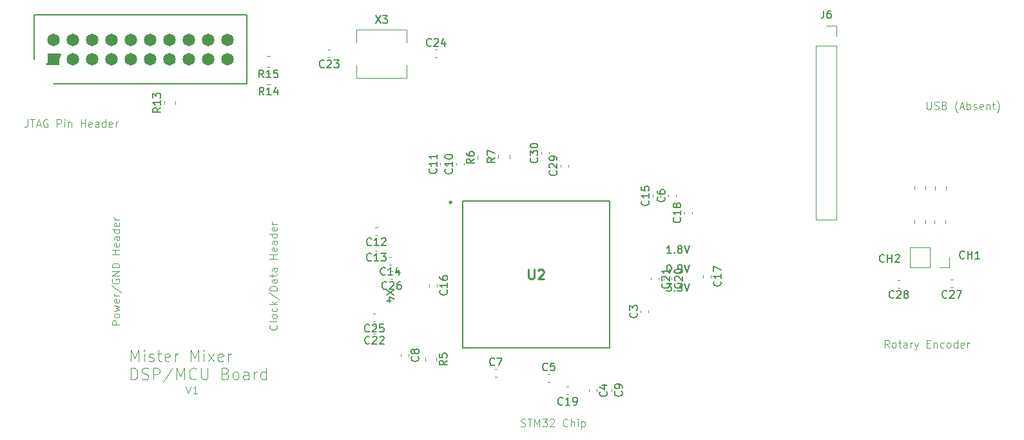
<source format=gbr>
%TF.GenerationSoftware,KiCad,Pcbnew,8.0.5*%
%TF.CreationDate,2025-01-29T19:48:31-05:00*%
%TF.ProjectId,Power_Supplies_DSP,506f7765-725f-4537-9570-706c6965735f,rev?*%
%TF.SameCoordinates,Original*%
%TF.FileFunction,Legend,Top*%
%TF.FilePolarity,Positive*%
%FSLAX46Y46*%
G04 Gerber Fmt 4.6, Leading zero omitted, Abs format (unit mm)*
G04 Created by KiCad (PCBNEW 8.0.5) date 2025-01-29 19:48:31*
%MOMM*%
%LPD*%
G01*
G04 APERTURE LIST*
%ADD10C,0.150000*%
%ADD11C,0.100000*%
%ADD12C,0.254000*%
%ADD13C,0.200000*%
%ADD14C,0.120000*%
%ADD15C,0.152400*%
%ADD16R,1.650000X1.650000*%
%ADD17C,1.650000*%
G04 APERTURE END LIST*
D10*
X257134523Y-149534580D02*
X257086904Y-149582200D01*
X257086904Y-149582200D02*
X256944047Y-149629819D01*
X256944047Y-149629819D02*
X256848809Y-149629819D01*
X256848809Y-149629819D02*
X256705952Y-149582200D01*
X256705952Y-149582200D02*
X256610714Y-149486961D01*
X256610714Y-149486961D02*
X256563095Y-149391723D01*
X256563095Y-149391723D02*
X256515476Y-149201247D01*
X256515476Y-149201247D02*
X256515476Y-149058390D01*
X256515476Y-149058390D02*
X256563095Y-148867914D01*
X256563095Y-148867914D02*
X256610714Y-148772676D01*
X256610714Y-148772676D02*
X256705952Y-148677438D01*
X256705952Y-148677438D02*
X256848809Y-148629819D01*
X256848809Y-148629819D02*
X256944047Y-148629819D01*
X256944047Y-148629819D02*
X257086904Y-148677438D01*
X257086904Y-148677438D02*
X257134523Y-148725057D01*
X257563095Y-149629819D02*
X257563095Y-148629819D01*
X257563095Y-149106009D02*
X258134523Y-149106009D01*
X258134523Y-149629819D02*
X258134523Y-148629819D01*
X258563095Y-148725057D02*
X258610714Y-148677438D01*
X258610714Y-148677438D02*
X258705952Y-148629819D01*
X258705952Y-148629819D02*
X258944047Y-148629819D01*
X258944047Y-148629819D02*
X259039285Y-148677438D01*
X259039285Y-148677438D02*
X259086904Y-148725057D01*
X259086904Y-148725057D02*
X259134523Y-148820295D01*
X259134523Y-148820295D02*
X259134523Y-148915533D01*
X259134523Y-148915533D02*
X259086904Y-149058390D01*
X259086904Y-149058390D02*
X258515476Y-149629819D01*
X258515476Y-149629819D02*
X259134523Y-149629819D01*
D11*
X257775312Y-160872419D02*
X257441979Y-160396228D01*
X257203884Y-160872419D02*
X257203884Y-159872419D01*
X257203884Y-159872419D02*
X257584836Y-159872419D01*
X257584836Y-159872419D02*
X257680074Y-159920038D01*
X257680074Y-159920038D02*
X257727693Y-159967657D01*
X257727693Y-159967657D02*
X257775312Y-160062895D01*
X257775312Y-160062895D02*
X257775312Y-160205752D01*
X257775312Y-160205752D02*
X257727693Y-160300990D01*
X257727693Y-160300990D02*
X257680074Y-160348609D01*
X257680074Y-160348609D02*
X257584836Y-160396228D01*
X257584836Y-160396228D02*
X257203884Y-160396228D01*
X258346741Y-160872419D02*
X258251503Y-160824800D01*
X258251503Y-160824800D02*
X258203884Y-160777180D01*
X258203884Y-160777180D02*
X258156265Y-160681942D01*
X258156265Y-160681942D02*
X258156265Y-160396228D01*
X258156265Y-160396228D02*
X258203884Y-160300990D01*
X258203884Y-160300990D02*
X258251503Y-160253371D01*
X258251503Y-160253371D02*
X258346741Y-160205752D01*
X258346741Y-160205752D02*
X258489598Y-160205752D01*
X258489598Y-160205752D02*
X258584836Y-160253371D01*
X258584836Y-160253371D02*
X258632455Y-160300990D01*
X258632455Y-160300990D02*
X258680074Y-160396228D01*
X258680074Y-160396228D02*
X258680074Y-160681942D01*
X258680074Y-160681942D02*
X258632455Y-160777180D01*
X258632455Y-160777180D02*
X258584836Y-160824800D01*
X258584836Y-160824800D02*
X258489598Y-160872419D01*
X258489598Y-160872419D02*
X258346741Y-160872419D01*
X258965789Y-160205752D02*
X259346741Y-160205752D01*
X259108646Y-159872419D02*
X259108646Y-160729561D01*
X259108646Y-160729561D02*
X259156265Y-160824800D01*
X259156265Y-160824800D02*
X259251503Y-160872419D01*
X259251503Y-160872419D02*
X259346741Y-160872419D01*
X260108646Y-160872419D02*
X260108646Y-160348609D01*
X260108646Y-160348609D02*
X260061027Y-160253371D01*
X260061027Y-160253371D02*
X259965789Y-160205752D01*
X259965789Y-160205752D02*
X259775313Y-160205752D01*
X259775313Y-160205752D02*
X259680075Y-160253371D01*
X260108646Y-160824800D02*
X260013408Y-160872419D01*
X260013408Y-160872419D02*
X259775313Y-160872419D01*
X259775313Y-160872419D02*
X259680075Y-160824800D01*
X259680075Y-160824800D02*
X259632456Y-160729561D01*
X259632456Y-160729561D02*
X259632456Y-160634323D01*
X259632456Y-160634323D02*
X259680075Y-160539085D01*
X259680075Y-160539085D02*
X259775313Y-160491466D01*
X259775313Y-160491466D02*
X260013408Y-160491466D01*
X260013408Y-160491466D02*
X260108646Y-160443847D01*
X260584837Y-160872419D02*
X260584837Y-160205752D01*
X260584837Y-160396228D02*
X260632456Y-160300990D01*
X260632456Y-160300990D02*
X260680075Y-160253371D01*
X260680075Y-160253371D02*
X260775313Y-160205752D01*
X260775313Y-160205752D02*
X260870551Y-160205752D01*
X261108647Y-160205752D02*
X261346742Y-160872419D01*
X261584837Y-160205752D02*
X261346742Y-160872419D01*
X261346742Y-160872419D02*
X261251504Y-161110514D01*
X261251504Y-161110514D02*
X261203885Y-161158133D01*
X261203885Y-161158133D02*
X261108647Y-161205752D01*
X262727695Y-160348609D02*
X263061028Y-160348609D01*
X263203885Y-160872419D02*
X262727695Y-160872419D01*
X262727695Y-160872419D02*
X262727695Y-159872419D01*
X262727695Y-159872419D02*
X263203885Y-159872419D01*
X263632457Y-160205752D02*
X263632457Y-160872419D01*
X263632457Y-160300990D02*
X263680076Y-160253371D01*
X263680076Y-160253371D02*
X263775314Y-160205752D01*
X263775314Y-160205752D02*
X263918171Y-160205752D01*
X263918171Y-160205752D02*
X264013409Y-160253371D01*
X264013409Y-160253371D02*
X264061028Y-160348609D01*
X264061028Y-160348609D02*
X264061028Y-160872419D01*
X264965790Y-160824800D02*
X264870552Y-160872419D01*
X264870552Y-160872419D02*
X264680076Y-160872419D01*
X264680076Y-160872419D02*
X264584838Y-160824800D01*
X264584838Y-160824800D02*
X264537219Y-160777180D01*
X264537219Y-160777180D02*
X264489600Y-160681942D01*
X264489600Y-160681942D02*
X264489600Y-160396228D01*
X264489600Y-160396228D02*
X264537219Y-160300990D01*
X264537219Y-160300990D02*
X264584838Y-160253371D01*
X264584838Y-160253371D02*
X264680076Y-160205752D01*
X264680076Y-160205752D02*
X264870552Y-160205752D01*
X264870552Y-160205752D02*
X264965790Y-160253371D01*
X265537219Y-160872419D02*
X265441981Y-160824800D01*
X265441981Y-160824800D02*
X265394362Y-160777180D01*
X265394362Y-160777180D02*
X265346743Y-160681942D01*
X265346743Y-160681942D02*
X265346743Y-160396228D01*
X265346743Y-160396228D02*
X265394362Y-160300990D01*
X265394362Y-160300990D02*
X265441981Y-160253371D01*
X265441981Y-160253371D02*
X265537219Y-160205752D01*
X265537219Y-160205752D02*
X265680076Y-160205752D01*
X265680076Y-160205752D02*
X265775314Y-160253371D01*
X265775314Y-160253371D02*
X265822933Y-160300990D01*
X265822933Y-160300990D02*
X265870552Y-160396228D01*
X265870552Y-160396228D02*
X265870552Y-160681942D01*
X265870552Y-160681942D02*
X265822933Y-160777180D01*
X265822933Y-160777180D02*
X265775314Y-160824800D01*
X265775314Y-160824800D02*
X265680076Y-160872419D01*
X265680076Y-160872419D02*
X265537219Y-160872419D01*
X266727695Y-160872419D02*
X266727695Y-159872419D01*
X266727695Y-160824800D02*
X266632457Y-160872419D01*
X266632457Y-160872419D02*
X266441981Y-160872419D01*
X266441981Y-160872419D02*
X266346743Y-160824800D01*
X266346743Y-160824800D02*
X266299124Y-160777180D01*
X266299124Y-160777180D02*
X266251505Y-160681942D01*
X266251505Y-160681942D02*
X266251505Y-160396228D01*
X266251505Y-160396228D02*
X266299124Y-160300990D01*
X266299124Y-160300990D02*
X266346743Y-160253371D01*
X266346743Y-160253371D02*
X266441981Y-160205752D01*
X266441981Y-160205752D02*
X266632457Y-160205752D01*
X266632457Y-160205752D02*
X266727695Y-160253371D01*
X267584838Y-160824800D02*
X267489600Y-160872419D01*
X267489600Y-160872419D02*
X267299124Y-160872419D01*
X267299124Y-160872419D02*
X267203886Y-160824800D01*
X267203886Y-160824800D02*
X267156267Y-160729561D01*
X267156267Y-160729561D02*
X267156267Y-160348609D01*
X267156267Y-160348609D02*
X267203886Y-160253371D01*
X267203886Y-160253371D02*
X267299124Y-160205752D01*
X267299124Y-160205752D02*
X267489600Y-160205752D01*
X267489600Y-160205752D02*
X267584838Y-160253371D01*
X267584838Y-160253371D02*
X267632457Y-160348609D01*
X267632457Y-160348609D02*
X267632457Y-160443847D01*
X267632457Y-160443847D02*
X267156267Y-160539085D01*
X268061029Y-160872419D02*
X268061029Y-160205752D01*
X268061029Y-160396228D02*
X268108648Y-160300990D01*
X268108648Y-160300990D02*
X268156267Y-160253371D01*
X268156267Y-160253371D02*
X268251505Y-160205752D01*
X268251505Y-160205752D02*
X268346743Y-160205752D01*
X177252180Y-157899687D02*
X177299800Y-157947306D01*
X177299800Y-157947306D02*
X177347419Y-158090163D01*
X177347419Y-158090163D02*
X177347419Y-158185401D01*
X177347419Y-158185401D02*
X177299800Y-158328258D01*
X177299800Y-158328258D02*
X177204561Y-158423496D01*
X177204561Y-158423496D02*
X177109323Y-158471115D01*
X177109323Y-158471115D02*
X176918847Y-158518734D01*
X176918847Y-158518734D02*
X176775990Y-158518734D01*
X176775990Y-158518734D02*
X176585514Y-158471115D01*
X176585514Y-158471115D02*
X176490276Y-158423496D01*
X176490276Y-158423496D02*
X176395038Y-158328258D01*
X176395038Y-158328258D02*
X176347419Y-158185401D01*
X176347419Y-158185401D02*
X176347419Y-158090163D01*
X176347419Y-158090163D02*
X176395038Y-157947306D01*
X176395038Y-157947306D02*
X176442657Y-157899687D01*
X177347419Y-157328258D02*
X177299800Y-157423496D01*
X177299800Y-157423496D02*
X177204561Y-157471115D01*
X177204561Y-157471115D02*
X176347419Y-157471115D01*
X177347419Y-156804448D02*
X177299800Y-156899686D01*
X177299800Y-156899686D02*
X177252180Y-156947305D01*
X177252180Y-156947305D02*
X177156942Y-156994924D01*
X177156942Y-156994924D02*
X176871228Y-156994924D01*
X176871228Y-156994924D02*
X176775990Y-156947305D01*
X176775990Y-156947305D02*
X176728371Y-156899686D01*
X176728371Y-156899686D02*
X176680752Y-156804448D01*
X176680752Y-156804448D02*
X176680752Y-156661591D01*
X176680752Y-156661591D02*
X176728371Y-156566353D01*
X176728371Y-156566353D02*
X176775990Y-156518734D01*
X176775990Y-156518734D02*
X176871228Y-156471115D01*
X176871228Y-156471115D02*
X177156942Y-156471115D01*
X177156942Y-156471115D02*
X177252180Y-156518734D01*
X177252180Y-156518734D02*
X177299800Y-156566353D01*
X177299800Y-156566353D02*
X177347419Y-156661591D01*
X177347419Y-156661591D02*
X177347419Y-156804448D01*
X177299800Y-155613972D02*
X177347419Y-155709210D01*
X177347419Y-155709210D02*
X177347419Y-155899686D01*
X177347419Y-155899686D02*
X177299800Y-155994924D01*
X177299800Y-155994924D02*
X177252180Y-156042543D01*
X177252180Y-156042543D02*
X177156942Y-156090162D01*
X177156942Y-156090162D02*
X176871228Y-156090162D01*
X176871228Y-156090162D02*
X176775990Y-156042543D01*
X176775990Y-156042543D02*
X176728371Y-155994924D01*
X176728371Y-155994924D02*
X176680752Y-155899686D01*
X176680752Y-155899686D02*
X176680752Y-155709210D01*
X176680752Y-155709210D02*
X176728371Y-155613972D01*
X177347419Y-155185400D02*
X176347419Y-155185400D01*
X176966466Y-155090162D02*
X177347419Y-154804448D01*
X176680752Y-154804448D02*
X177061704Y-155185400D01*
X176299800Y-153661591D02*
X177585514Y-154518733D01*
X177347419Y-153328257D02*
X176347419Y-153328257D01*
X176347419Y-153328257D02*
X176347419Y-153090162D01*
X176347419Y-153090162D02*
X176395038Y-152947305D01*
X176395038Y-152947305D02*
X176490276Y-152852067D01*
X176490276Y-152852067D02*
X176585514Y-152804448D01*
X176585514Y-152804448D02*
X176775990Y-152756829D01*
X176775990Y-152756829D02*
X176918847Y-152756829D01*
X176918847Y-152756829D02*
X177109323Y-152804448D01*
X177109323Y-152804448D02*
X177204561Y-152852067D01*
X177204561Y-152852067D02*
X177299800Y-152947305D01*
X177299800Y-152947305D02*
X177347419Y-153090162D01*
X177347419Y-153090162D02*
X177347419Y-153328257D01*
X177347419Y-151899686D02*
X176823609Y-151899686D01*
X176823609Y-151899686D02*
X176728371Y-151947305D01*
X176728371Y-151947305D02*
X176680752Y-152042543D01*
X176680752Y-152042543D02*
X176680752Y-152233019D01*
X176680752Y-152233019D02*
X176728371Y-152328257D01*
X177299800Y-151899686D02*
X177347419Y-151994924D01*
X177347419Y-151994924D02*
X177347419Y-152233019D01*
X177347419Y-152233019D02*
X177299800Y-152328257D01*
X177299800Y-152328257D02*
X177204561Y-152375876D01*
X177204561Y-152375876D02*
X177109323Y-152375876D01*
X177109323Y-152375876D02*
X177014085Y-152328257D01*
X177014085Y-152328257D02*
X176966466Y-152233019D01*
X176966466Y-152233019D02*
X176966466Y-151994924D01*
X176966466Y-151994924D02*
X176918847Y-151899686D01*
X176680752Y-151566352D02*
X176680752Y-151185400D01*
X176347419Y-151423495D02*
X177204561Y-151423495D01*
X177204561Y-151423495D02*
X177299800Y-151375876D01*
X177299800Y-151375876D02*
X177347419Y-151280638D01*
X177347419Y-151280638D02*
X177347419Y-151185400D01*
X177347419Y-150423495D02*
X176823609Y-150423495D01*
X176823609Y-150423495D02*
X176728371Y-150471114D01*
X176728371Y-150471114D02*
X176680752Y-150566352D01*
X176680752Y-150566352D02*
X176680752Y-150756828D01*
X176680752Y-150756828D02*
X176728371Y-150852066D01*
X177299800Y-150423495D02*
X177347419Y-150518733D01*
X177347419Y-150518733D02*
X177347419Y-150756828D01*
X177347419Y-150756828D02*
X177299800Y-150852066D01*
X177299800Y-150852066D02*
X177204561Y-150899685D01*
X177204561Y-150899685D02*
X177109323Y-150899685D01*
X177109323Y-150899685D02*
X177014085Y-150852066D01*
X177014085Y-150852066D02*
X176966466Y-150756828D01*
X176966466Y-150756828D02*
X176966466Y-150518733D01*
X176966466Y-150518733D02*
X176918847Y-150423495D01*
X177347419Y-149185399D02*
X176347419Y-149185399D01*
X176823609Y-149185399D02*
X176823609Y-148613971D01*
X177347419Y-148613971D02*
X176347419Y-148613971D01*
X177299800Y-147756828D02*
X177347419Y-147852066D01*
X177347419Y-147852066D02*
X177347419Y-148042542D01*
X177347419Y-148042542D02*
X177299800Y-148137780D01*
X177299800Y-148137780D02*
X177204561Y-148185399D01*
X177204561Y-148185399D02*
X176823609Y-148185399D01*
X176823609Y-148185399D02*
X176728371Y-148137780D01*
X176728371Y-148137780D02*
X176680752Y-148042542D01*
X176680752Y-148042542D02*
X176680752Y-147852066D01*
X176680752Y-147852066D02*
X176728371Y-147756828D01*
X176728371Y-147756828D02*
X176823609Y-147709209D01*
X176823609Y-147709209D02*
X176918847Y-147709209D01*
X176918847Y-147709209D02*
X177014085Y-148185399D01*
X177347419Y-146852066D02*
X176823609Y-146852066D01*
X176823609Y-146852066D02*
X176728371Y-146899685D01*
X176728371Y-146899685D02*
X176680752Y-146994923D01*
X176680752Y-146994923D02*
X176680752Y-147185399D01*
X176680752Y-147185399D02*
X176728371Y-147280637D01*
X177299800Y-146852066D02*
X177347419Y-146947304D01*
X177347419Y-146947304D02*
X177347419Y-147185399D01*
X177347419Y-147185399D02*
X177299800Y-147280637D01*
X177299800Y-147280637D02*
X177204561Y-147328256D01*
X177204561Y-147328256D02*
X177109323Y-147328256D01*
X177109323Y-147328256D02*
X177014085Y-147280637D01*
X177014085Y-147280637D02*
X176966466Y-147185399D01*
X176966466Y-147185399D02*
X176966466Y-146947304D01*
X176966466Y-146947304D02*
X176918847Y-146852066D01*
X177347419Y-145947304D02*
X176347419Y-145947304D01*
X177299800Y-145947304D02*
X177347419Y-146042542D01*
X177347419Y-146042542D02*
X177347419Y-146233018D01*
X177347419Y-146233018D02*
X177299800Y-146328256D01*
X177299800Y-146328256D02*
X177252180Y-146375875D01*
X177252180Y-146375875D02*
X177156942Y-146423494D01*
X177156942Y-146423494D02*
X176871228Y-146423494D01*
X176871228Y-146423494D02*
X176775990Y-146375875D01*
X176775990Y-146375875D02*
X176728371Y-146328256D01*
X176728371Y-146328256D02*
X176680752Y-146233018D01*
X176680752Y-146233018D02*
X176680752Y-146042542D01*
X176680752Y-146042542D02*
X176728371Y-145947304D01*
X177299800Y-145090161D02*
X177347419Y-145185399D01*
X177347419Y-145185399D02*
X177347419Y-145375875D01*
X177347419Y-145375875D02*
X177299800Y-145471113D01*
X177299800Y-145471113D02*
X177204561Y-145518732D01*
X177204561Y-145518732D02*
X176823609Y-145518732D01*
X176823609Y-145518732D02*
X176728371Y-145471113D01*
X176728371Y-145471113D02*
X176680752Y-145375875D01*
X176680752Y-145375875D02*
X176680752Y-145185399D01*
X176680752Y-145185399D02*
X176728371Y-145090161D01*
X176728371Y-145090161D02*
X176823609Y-145042542D01*
X176823609Y-145042542D02*
X176918847Y-145042542D01*
X176918847Y-145042542D02*
X177014085Y-145518732D01*
X177347419Y-144613970D02*
X176680752Y-144613970D01*
X176871228Y-144613970D02*
X176775990Y-144566351D01*
X176775990Y-144566351D02*
X176728371Y-144518732D01*
X176728371Y-144518732D02*
X176680752Y-144423494D01*
X176680752Y-144423494D02*
X176680752Y-144328256D01*
X165361027Y-165947419D02*
X165694360Y-166947419D01*
X165694360Y-166947419D02*
X166027693Y-165947419D01*
X166884836Y-166947419D02*
X166313408Y-166947419D01*
X166599122Y-166947419D02*
X166599122Y-165947419D01*
X166599122Y-165947419D02*
X166503884Y-166090276D01*
X166503884Y-166090276D02*
X166408646Y-166185514D01*
X166408646Y-166185514D02*
X166313408Y-166233133D01*
X158172931Y-162646312D02*
X158172931Y-161146312D01*
X158172931Y-161146312D02*
X158672931Y-162217741D01*
X158672931Y-162217741D02*
X159172931Y-161146312D01*
X159172931Y-161146312D02*
X159172931Y-162646312D01*
X159887217Y-162646312D02*
X159887217Y-161646312D01*
X159887217Y-161146312D02*
X159815789Y-161217741D01*
X159815789Y-161217741D02*
X159887217Y-161289169D01*
X159887217Y-161289169D02*
X159958646Y-161217741D01*
X159958646Y-161217741D02*
X159887217Y-161146312D01*
X159887217Y-161146312D02*
X159887217Y-161289169D01*
X160530075Y-162574884D02*
X160672932Y-162646312D01*
X160672932Y-162646312D02*
X160958646Y-162646312D01*
X160958646Y-162646312D02*
X161101503Y-162574884D01*
X161101503Y-162574884D02*
X161172932Y-162432026D01*
X161172932Y-162432026D02*
X161172932Y-162360598D01*
X161172932Y-162360598D02*
X161101503Y-162217741D01*
X161101503Y-162217741D02*
X160958646Y-162146312D01*
X160958646Y-162146312D02*
X160744361Y-162146312D01*
X160744361Y-162146312D02*
X160601503Y-162074884D01*
X160601503Y-162074884D02*
X160530075Y-161932026D01*
X160530075Y-161932026D02*
X160530075Y-161860598D01*
X160530075Y-161860598D02*
X160601503Y-161717741D01*
X160601503Y-161717741D02*
X160744361Y-161646312D01*
X160744361Y-161646312D02*
X160958646Y-161646312D01*
X160958646Y-161646312D02*
X161101503Y-161717741D01*
X161601504Y-161646312D02*
X162172932Y-161646312D01*
X161815789Y-161146312D02*
X161815789Y-162432026D01*
X161815789Y-162432026D02*
X161887218Y-162574884D01*
X161887218Y-162574884D02*
X162030075Y-162646312D01*
X162030075Y-162646312D02*
X162172932Y-162646312D01*
X163244361Y-162574884D02*
X163101504Y-162646312D01*
X163101504Y-162646312D02*
X162815790Y-162646312D01*
X162815790Y-162646312D02*
X162672932Y-162574884D01*
X162672932Y-162574884D02*
X162601504Y-162432026D01*
X162601504Y-162432026D02*
X162601504Y-161860598D01*
X162601504Y-161860598D02*
X162672932Y-161717741D01*
X162672932Y-161717741D02*
X162815790Y-161646312D01*
X162815790Y-161646312D02*
X163101504Y-161646312D01*
X163101504Y-161646312D02*
X163244361Y-161717741D01*
X163244361Y-161717741D02*
X163315790Y-161860598D01*
X163315790Y-161860598D02*
X163315790Y-162003455D01*
X163315790Y-162003455D02*
X162601504Y-162146312D01*
X163958646Y-162646312D02*
X163958646Y-161646312D01*
X163958646Y-161932026D02*
X164030075Y-161789169D01*
X164030075Y-161789169D02*
X164101504Y-161717741D01*
X164101504Y-161717741D02*
X164244361Y-161646312D01*
X164244361Y-161646312D02*
X164387218Y-161646312D01*
X166030074Y-162646312D02*
X166030074Y-161146312D01*
X166030074Y-161146312D02*
X166530074Y-162217741D01*
X166530074Y-162217741D02*
X167030074Y-161146312D01*
X167030074Y-161146312D02*
X167030074Y-162646312D01*
X167744360Y-162646312D02*
X167744360Y-161646312D01*
X167744360Y-161146312D02*
X167672932Y-161217741D01*
X167672932Y-161217741D02*
X167744360Y-161289169D01*
X167744360Y-161289169D02*
X167815789Y-161217741D01*
X167815789Y-161217741D02*
X167744360Y-161146312D01*
X167744360Y-161146312D02*
X167744360Y-161289169D01*
X168315789Y-162646312D02*
X169101504Y-161646312D01*
X168315789Y-161646312D02*
X169101504Y-162646312D01*
X170244361Y-162574884D02*
X170101504Y-162646312D01*
X170101504Y-162646312D02*
X169815790Y-162646312D01*
X169815790Y-162646312D02*
X169672932Y-162574884D01*
X169672932Y-162574884D02*
X169601504Y-162432026D01*
X169601504Y-162432026D02*
X169601504Y-161860598D01*
X169601504Y-161860598D02*
X169672932Y-161717741D01*
X169672932Y-161717741D02*
X169815790Y-161646312D01*
X169815790Y-161646312D02*
X170101504Y-161646312D01*
X170101504Y-161646312D02*
X170244361Y-161717741D01*
X170244361Y-161717741D02*
X170315790Y-161860598D01*
X170315790Y-161860598D02*
X170315790Y-162003455D01*
X170315790Y-162003455D02*
X169601504Y-162146312D01*
X170958646Y-162646312D02*
X170958646Y-161646312D01*
X170958646Y-161932026D02*
X171030075Y-161789169D01*
X171030075Y-161789169D02*
X171101504Y-161717741D01*
X171101504Y-161717741D02*
X171244361Y-161646312D01*
X171244361Y-161646312D02*
X171387218Y-161646312D01*
X158172931Y-165061228D02*
X158172931Y-163561228D01*
X158172931Y-163561228D02*
X158530074Y-163561228D01*
X158530074Y-163561228D02*
X158744360Y-163632657D01*
X158744360Y-163632657D02*
X158887217Y-163775514D01*
X158887217Y-163775514D02*
X158958646Y-163918371D01*
X158958646Y-163918371D02*
X159030074Y-164204085D01*
X159030074Y-164204085D02*
X159030074Y-164418371D01*
X159030074Y-164418371D02*
X158958646Y-164704085D01*
X158958646Y-164704085D02*
X158887217Y-164846942D01*
X158887217Y-164846942D02*
X158744360Y-164989800D01*
X158744360Y-164989800D02*
X158530074Y-165061228D01*
X158530074Y-165061228D02*
X158172931Y-165061228D01*
X159601503Y-164989800D02*
X159815789Y-165061228D01*
X159815789Y-165061228D02*
X160172931Y-165061228D01*
X160172931Y-165061228D02*
X160315789Y-164989800D01*
X160315789Y-164989800D02*
X160387217Y-164918371D01*
X160387217Y-164918371D02*
X160458646Y-164775514D01*
X160458646Y-164775514D02*
X160458646Y-164632657D01*
X160458646Y-164632657D02*
X160387217Y-164489800D01*
X160387217Y-164489800D02*
X160315789Y-164418371D01*
X160315789Y-164418371D02*
X160172931Y-164346942D01*
X160172931Y-164346942D02*
X159887217Y-164275514D01*
X159887217Y-164275514D02*
X159744360Y-164204085D01*
X159744360Y-164204085D02*
X159672931Y-164132657D01*
X159672931Y-164132657D02*
X159601503Y-163989800D01*
X159601503Y-163989800D02*
X159601503Y-163846942D01*
X159601503Y-163846942D02*
X159672931Y-163704085D01*
X159672931Y-163704085D02*
X159744360Y-163632657D01*
X159744360Y-163632657D02*
X159887217Y-163561228D01*
X159887217Y-163561228D02*
X160244360Y-163561228D01*
X160244360Y-163561228D02*
X160458646Y-163632657D01*
X161101502Y-165061228D02*
X161101502Y-163561228D01*
X161101502Y-163561228D02*
X161672931Y-163561228D01*
X161672931Y-163561228D02*
X161815788Y-163632657D01*
X161815788Y-163632657D02*
X161887217Y-163704085D01*
X161887217Y-163704085D02*
X161958645Y-163846942D01*
X161958645Y-163846942D02*
X161958645Y-164061228D01*
X161958645Y-164061228D02*
X161887217Y-164204085D01*
X161887217Y-164204085D02*
X161815788Y-164275514D01*
X161815788Y-164275514D02*
X161672931Y-164346942D01*
X161672931Y-164346942D02*
X161101502Y-164346942D01*
X163672931Y-163489800D02*
X162387217Y-165418371D01*
X164172931Y-165061228D02*
X164172931Y-163561228D01*
X164172931Y-163561228D02*
X164672931Y-164632657D01*
X164672931Y-164632657D02*
X165172931Y-163561228D01*
X165172931Y-163561228D02*
X165172931Y-165061228D01*
X166744360Y-164918371D02*
X166672932Y-164989800D01*
X166672932Y-164989800D02*
X166458646Y-165061228D01*
X166458646Y-165061228D02*
X166315789Y-165061228D01*
X166315789Y-165061228D02*
X166101503Y-164989800D01*
X166101503Y-164989800D02*
X165958646Y-164846942D01*
X165958646Y-164846942D02*
X165887217Y-164704085D01*
X165887217Y-164704085D02*
X165815789Y-164418371D01*
X165815789Y-164418371D02*
X165815789Y-164204085D01*
X165815789Y-164204085D02*
X165887217Y-163918371D01*
X165887217Y-163918371D02*
X165958646Y-163775514D01*
X165958646Y-163775514D02*
X166101503Y-163632657D01*
X166101503Y-163632657D02*
X166315789Y-163561228D01*
X166315789Y-163561228D02*
X166458646Y-163561228D01*
X166458646Y-163561228D02*
X166672932Y-163632657D01*
X166672932Y-163632657D02*
X166744360Y-163704085D01*
X167387217Y-163561228D02*
X167387217Y-164775514D01*
X167387217Y-164775514D02*
X167458646Y-164918371D01*
X167458646Y-164918371D02*
X167530075Y-164989800D01*
X167530075Y-164989800D02*
X167672932Y-165061228D01*
X167672932Y-165061228D02*
X167958646Y-165061228D01*
X167958646Y-165061228D02*
X168101503Y-164989800D01*
X168101503Y-164989800D02*
X168172932Y-164918371D01*
X168172932Y-164918371D02*
X168244360Y-164775514D01*
X168244360Y-164775514D02*
X168244360Y-163561228D01*
X170601503Y-164275514D02*
X170815789Y-164346942D01*
X170815789Y-164346942D02*
X170887218Y-164418371D01*
X170887218Y-164418371D02*
X170958646Y-164561228D01*
X170958646Y-164561228D02*
X170958646Y-164775514D01*
X170958646Y-164775514D02*
X170887218Y-164918371D01*
X170887218Y-164918371D02*
X170815789Y-164989800D01*
X170815789Y-164989800D02*
X170672932Y-165061228D01*
X170672932Y-165061228D02*
X170101503Y-165061228D01*
X170101503Y-165061228D02*
X170101503Y-163561228D01*
X170101503Y-163561228D02*
X170601503Y-163561228D01*
X170601503Y-163561228D02*
X170744361Y-163632657D01*
X170744361Y-163632657D02*
X170815789Y-163704085D01*
X170815789Y-163704085D02*
X170887218Y-163846942D01*
X170887218Y-163846942D02*
X170887218Y-163989800D01*
X170887218Y-163989800D02*
X170815789Y-164132657D01*
X170815789Y-164132657D02*
X170744361Y-164204085D01*
X170744361Y-164204085D02*
X170601503Y-164275514D01*
X170601503Y-164275514D02*
X170101503Y-164275514D01*
X171815789Y-165061228D02*
X171672932Y-164989800D01*
X171672932Y-164989800D02*
X171601503Y-164918371D01*
X171601503Y-164918371D02*
X171530075Y-164775514D01*
X171530075Y-164775514D02*
X171530075Y-164346942D01*
X171530075Y-164346942D02*
X171601503Y-164204085D01*
X171601503Y-164204085D02*
X171672932Y-164132657D01*
X171672932Y-164132657D02*
X171815789Y-164061228D01*
X171815789Y-164061228D02*
X172030075Y-164061228D01*
X172030075Y-164061228D02*
X172172932Y-164132657D01*
X172172932Y-164132657D02*
X172244361Y-164204085D01*
X172244361Y-164204085D02*
X172315789Y-164346942D01*
X172315789Y-164346942D02*
X172315789Y-164775514D01*
X172315789Y-164775514D02*
X172244361Y-164918371D01*
X172244361Y-164918371D02*
X172172932Y-164989800D01*
X172172932Y-164989800D02*
X172030075Y-165061228D01*
X172030075Y-165061228D02*
X171815789Y-165061228D01*
X173601504Y-165061228D02*
X173601504Y-164275514D01*
X173601504Y-164275514D02*
X173530075Y-164132657D01*
X173530075Y-164132657D02*
X173387218Y-164061228D01*
X173387218Y-164061228D02*
X173101504Y-164061228D01*
X173101504Y-164061228D02*
X172958646Y-164132657D01*
X173601504Y-164989800D02*
X173458646Y-165061228D01*
X173458646Y-165061228D02*
X173101504Y-165061228D01*
X173101504Y-165061228D02*
X172958646Y-164989800D01*
X172958646Y-164989800D02*
X172887218Y-164846942D01*
X172887218Y-164846942D02*
X172887218Y-164704085D01*
X172887218Y-164704085D02*
X172958646Y-164561228D01*
X172958646Y-164561228D02*
X173101504Y-164489800D01*
X173101504Y-164489800D02*
X173458646Y-164489800D01*
X173458646Y-164489800D02*
X173601504Y-164418371D01*
X174315789Y-165061228D02*
X174315789Y-164061228D01*
X174315789Y-164346942D02*
X174387218Y-164204085D01*
X174387218Y-164204085D02*
X174458647Y-164132657D01*
X174458647Y-164132657D02*
X174601504Y-164061228D01*
X174601504Y-164061228D02*
X174744361Y-164061228D01*
X175887218Y-165061228D02*
X175887218Y-163561228D01*
X175887218Y-164989800D02*
X175744360Y-165061228D01*
X175744360Y-165061228D02*
X175458646Y-165061228D01*
X175458646Y-165061228D02*
X175315789Y-164989800D01*
X175315789Y-164989800D02*
X175244360Y-164918371D01*
X175244360Y-164918371D02*
X175172932Y-164775514D01*
X175172932Y-164775514D02*
X175172932Y-164346942D01*
X175172932Y-164346942D02*
X175244360Y-164204085D01*
X175244360Y-164204085D02*
X175315789Y-164132657D01*
X175315789Y-164132657D02*
X175458646Y-164061228D01*
X175458646Y-164061228D02*
X175744360Y-164061228D01*
X175744360Y-164061228D02*
X175887218Y-164132657D01*
D10*
X229142857Y-148454819D02*
X228571429Y-148454819D01*
X228857143Y-148454819D02*
X228857143Y-147454819D01*
X228857143Y-147454819D02*
X228761905Y-147597676D01*
X228761905Y-147597676D02*
X228666667Y-147692914D01*
X228666667Y-147692914D02*
X228571429Y-147740533D01*
X229571429Y-148359580D02*
X229619048Y-148407200D01*
X229619048Y-148407200D02*
X229571429Y-148454819D01*
X229571429Y-148454819D02*
X229523810Y-148407200D01*
X229523810Y-148407200D02*
X229571429Y-148359580D01*
X229571429Y-148359580D02*
X229571429Y-148454819D01*
X230190476Y-147883390D02*
X230095238Y-147835771D01*
X230095238Y-147835771D02*
X230047619Y-147788152D01*
X230047619Y-147788152D02*
X230000000Y-147692914D01*
X230000000Y-147692914D02*
X230000000Y-147645295D01*
X230000000Y-147645295D02*
X230047619Y-147550057D01*
X230047619Y-147550057D02*
X230095238Y-147502438D01*
X230095238Y-147502438D02*
X230190476Y-147454819D01*
X230190476Y-147454819D02*
X230380952Y-147454819D01*
X230380952Y-147454819D02*
X230476190Y-147502438D01*
X230476190Y-147502438D02*
X230523809Y-147550057D01*
X230523809Y-147550057D02*
X230571428Y-147645295D01*
X230571428Y-147645295D02*
X230571428Y-147692914D01*
X230571428Y-147692914D02*
X230523809Y-147788152D01*
X230523809Y-147788152D02*
X230476190Y-147835771D01*
X230476190Y-147835771D02*
X230380952Y-147883390D01*
X230380952Y-147883390D02*
X230190476Y-147883390D01*
X230190476Y-147883390D02*
X230095238Y-147931009D01*
X230095238Y-147931009D02*
X230047619Y-147978628D01*
X230047619Y-147978628D02*
X230000000Y-148073866D01*
X230000000Y-148073866D02*
X230000000Y-148264342D01*
X230000000Y-148264342D02*
X230047619Y-148359580D01*
X230047619Y-148359580D02*
X230095238Y-148407200D01*
X230095238Y-148407200D02*
X230190476Y-148454819D01*
X230190476Y-148454819D02*
X230380952Y-148454819D01*
X230380952Y-148454819D02*
X230476190Y-148407200D01*
X230476190Y-148407200D02*
X230523809Y-148359580D01*
X230523809Y-148359580D02*
X230571428Y-148264342D01*
X230571428Y-148264342D02*
X230571428Y-148073866D01*
X230571428Y-148073866D02*
X230523809Y-147978628D01*
X230523809Y-147978628D02*
X230476190Y-147931009D01*
X230476190Y-147931009D02*
X230380952Y-147883390D01*
X230857143Y-147454819D02*
X231190476Y-148454819D01*
X231190476Y-148454819D02*
X231523809Y-147454819D01*
X228523810Y-152454819D02*
X229142857Y-152454819D01*
X229142857Y-152454819D02*
X228809524Y-152835771D01*
X228809524Y-152835771D02*
X228952381Y-152835771D01*
X228952381Y-152835771D02*
X229047619Y-152883390D01*
X229047619Y-152883390D02*
X229095238Y-152931009D01*
X229095238Y-152931009D02*
X229142857Y-153026247D01*
X229142857Y-153026247D02*
X229142857Y-153264342D01*
X229142857Y-153264342D02*
X229095238Y-153359580D01*
X229095238Y-153359580D02*
X229047619Y-153407200D01*
X229047619Y-153407200D02*
X228952381Y-153454819D01*
X228952381Y-153454819D02*
X228666667Y-153454819D01*
X228666667Y-153454819D02*
X228571429Y-153407200D01*
X228571429Y-153407200D02*
X228523810Y-153359580D01*
X229571429Y-153359580D02*
X229619048Y-153407200D01*
X229619048Y-153407200D02*
X229571429Y-153454819D01*
X229571429Y-153454819D02*
X229523810Y-153407200D01*
X229523810Y-153407200D02*
X229571429Y-153359580D01*
X229571429Y-153359580D02*
X229571429Y-153454819D01*
X229952381Y-152454819D02*
X230571428Y-152454819D01*
X230571428Y-152454819D02*
X230238095Y-152835771D01*
X230238095Y-152835771D02*
X230380952Y-152835771D01*
X230380952Y-152835771D02*
X230476190Y-152883390D01*
X230476190Y-152883390D02*
X230523809Y-152931009D01*
X230523809Y-152931009D02*
X230571428Y-153026247D01*
X230571428Y-153026247D02*
X230571428Y-153264342D01*
X230571428Y-153264342D02*
X230523809Y-153359580D01*
X230523809Y-153359580D02*
X230476190Y-153407200D01*
X230476190Y-153407200D02*
X230380952Y-153454819D01*
X230380952Y-153454819D02*
X230095238Y-153454819D01*
X230095238Y-153454819D02*
X230000000Y-153407200D01*
X230000000Y-153407200D02*
X229952381Y-153359580D01*
X230857143Y-152454819D02*
X231190476Y-153454819D01*
X231190476Y-153454819D02*
X231523809Y-152454819D01*
D11*
X209406265Y-171199800D02*
X209549122Y-171247419D01*
X209549122Y-171247419D02*
X209787217Y-171247419D01*
X209787217Y-171247419D02*
X209882455Y-171199800D01*
X209882455Y-171199800D02*
X209930074Y-171152180D01*
X209930074Y-171152180D02*
X209977693Y-171056942D01*
X209977693Y-171056942D02*
X209977693Y-170961704D01*
X209977693Y-170961704D02*
X209930074Y-170866466D01*
X209930074Y-170866466D02*
X209882455Y-170818847D01*
X209882455Y-170818847D02*
X209787217Y-170771228D01*
X209787217Y-170771228D02*
X209596741Y-170723609D01*
X209596741Y-170723609D02*
X209501503Y-170675990D01*
X209501503Y-170675990D02*
X209453884Y-170628371D01*
X209453884Y-170628371D02*
X209406265Y-170533133D01*
X209406265Y-170533133D02*
X209406265Y-170437895D01*
X209406265Y-170437895D02*
X209453884Y-170342657D01*
X209453884Y-170342657D02*
X209501503Y-170295038D01*
X209501503Y-170295038D02*
X209596741Y-170247419D01*
X209596741Y-170247419D02*
X209834836Y-170247419D01*
X209834836Y-170247419D02*
X209977693Y-170295038D01*
X210263408Y-170247419D02*
X210834836Y-170247419D01*
X210549122Y-171247419D02*
X210549122Y-170247419D01*
X211168170Y-171247419D02*
X211168170Y-170247419D01*
X211168170Y-170247419D02*
X211501503Y-170961704D01*
X211501503Y-170961704D02*
X211834836Y-170247419D01*
X211834836Y-170247419D02*
X211834836Y-171247419D01*
X212215789Y-170247419D02*
X212834836Y-170247419D01*
X212834836Y-170247419D02*
X212501503Y-170628371D01*
X212501503Y-170628371D02*
X212644360Y-170628371D01*
X212644360Y-170628371D02*
X212739598Y-170675990D01*
X212739598Y-170675990D02*
X212787217Y-170723609D01*
X212787217Y-170723609D02*
X212834836Y-170818847D01*
X212834836Y-170818847D02*
X212834836Y-171056942D01*
X212834836Y-171056942D02*
X212787217Y-171152180D01*
X212787217Y-171152180D02*
X212739598Y-171199800D01*
X212739598Y-171199800D02*
X212644360Y-171247419D01*
X212644360Y-171247419D02*
X212358646Y-171247419D01*
X212358646Y-171247419D02*
X212263408Y-171199800D01*
X212263408Y-171199800D02*
X212215789Y-171152180D01*
X213215789Y-170342657D02*
X213263408Y-170295038D01*
X213263408Y-170295038D02*
X213358646Y-170247419D01*
X213358646Y-170247419D02*
X213596741Y-170247419D01*
X213596741Y-170247419D02*
X213691979Y-170295038D01*
X213691979Y-170295038D02*
X213739598Y-170342657D01*
X213739598Y-170342657D02*
X213787217Y-170437895D01*
X213787217Y-170437895D02*
X213787217Y-170533133D01*
X213787217Y-170533133D02*
X213739598Y-170675990D01*
X213739598Y-170675990D02*
X213168170Y-171247419D01*
X213168170Y-171247419D02*
X213787217Y-171247419D01*
X215549122Y-171152180D02*
X215501503Y-171199800D01*
X215501503Y-171199800D02*
X215358646Y-171247419D01*
X215358646Y-171247419D02*
X215263408Y-171247419D01*
X215263408Y-171247419D02*
X215120551Y-171199800D01*
X215120551Y-171199800D02*
X215025313Y-171104561D01*
X215025313Y-171104561D02*
X214977694Y-171009323D01*
X214977694Y-171009323D02*
X214930075Y-170818847D01*
X214930075Y-170818847D02*
X214930075Y-170675990D01*
X214930075Y-170675990D02*
X214977694Y-170485514D01*
X214977694Y-170485514D02*
X215025313Y-170390276D01*
X215025313Y-170390276D02*
X215120551Y-170295038D01*
X215120551Y-170295038D02*
X215263408Y-170247419D01*
X215263408Y-170247419D02*
X215358646Y-170247419D01*
X215358646Y-170247419D02*
X215501503Y-170295038D01*
X215501503Y-170295038D02*
X215549122Y-170342657D01*
X215977694Y-171247419D02*
X215977694Y-170247419D01*
X216406265Y-171247419D02*
X216406265Y-170723609D01*
X216406265Y-170723609D02*
X216358646Y-170628371D01*
X216358646Y-170628371D02*
X216263408Y-170580752D01*
X216263408Y-170580752D02*
X216120551Y-170580752D01*
X216120551Y-170580752D02*
X216025313Y-170628371D01*
X216025313Y-170628371D02*
X215977694Y-170675990D01*
X216882456Y-171247419D02*
X216882456Y-170580752D01*
X216882456Y-170247419D02*
X216834837Y-170295038D01*
X216834837Y-170295038D02*
X216882456Y-170342657D01*
X216882456Y-170342657D02*
X216930075Y-170295038D01*
X216930075Y-170295038D02*
X216882456Y-170247419D01*
X216882456Y-170247419D02*
X216882456Y-170342657D01*
X217358646Y-170580752D02*
X217358646Y-171580752D01*
X217358646Y-170628371D02*
X217453884Y-170580752D01*
X217453884Y-170580752D02*
X217644360Y-170580752D01*
X217644360Y-170580752D02*
X217739598Y-170628371D01*
X217739598Y-170628371D02*
X217787217Y-170675990D01*
X217787217Y-170675990D02*
X217834836Y-170771228D01*
X217834836Y-170771228D02*
X217834836Y-171056942D01*
X217834836Y-171056942D02*
X217787217Y-171152180D01*
X217787217Y-171152180D02*
X217739598Y-171199800D01*
X217739598Y-171199800D02*
X217644360Y-171247419D01*
X217644360Y-171247419D02*
X217453884Y-171247419D01*
X217453884Y-171247419D02*
X217358646Y-171199800D01*
D10*
X267659523Y-149084580D02*
X267611904Y-149132200D01*
X267611904Y-149132200D02*
X267469047Y-149179819D01*
X267469047Y-149179819D02*
X267373809Y-149179819D01*
X267373809Y-149179819D02*
X267230952Y-149132200D01*
X267230952Y-149132200D02*
X267135714Y-149036961D01*
X267135714Y-149036961D02*
X267088095Y-148941723D01*
X267088095Y-148941723D02*
X267040476Y-148751247D01*
X267040476Y-148751247D02*
X267040476Y-148608390D01*
X267040476Y-148608390D02*
X267088095Y-148417914D01*
X267088095Y-148417914D02*
X267135714Y-148322676D01*
X267135714Y-148322676D02*
X267230952Y-148227438D01*
X267230952Y-148227438D02*
X267373809Y-148179819D01*
X267373809Y-148179819D02*
X267469047Y-148179819D01*
X267469047Y-148179819D02*
X267611904Y-148227438D01*
X267611904Y-148227438D02*
X267659523Y-148275057D01*
X268088095Y-149179819D02*
X268088095Y-148179819D01*
X268088095Y-148656009D02*
X268659523Y-148656009D01*
X268659523Y-149179819D02*
X268659523Y-148179819D01*
X269659523Y-149179819D02*
X269088095Y-149179819D01*
X269373809Y-149179819D02*
X269373809Y-148179819D01*
X269373809Y-148179819D02*
X269278571Y-148322676D01*
X269278571Y-148322676D02*
X269183333Y-148417914D01*
X269183333Y-148417914D02*
X269088095Y-148465533D01*
D11*
X144589598Y-130872419D02*
X144589598Y-131586704D01*
X144589598Y-131586704D02*
X144541979Y-131729561D01*
X144541979Y-131729561D02*
X144446741Y-131824800D01*
X144446741Y-131824800D02*
X144303884Y-131872419D01*
X144303884Y-131872419D02*
X144208646Y-131872419D01*
X144922932Y-130872419D02*
X145494360Y-130872419D01*
X145208646Y-131872419D02*
X145208646Y-130872419D01*
X145780075Y-131586704D02*
X146256265Y-131586704D01*
X145684837Y-131872419D02*
X146018170Y-130872419D01*
X146018170Y-130872419D02*
X146351503Y-131872419D01*
X147208646Y-130920038D02*
X147113408Y-130872419D01*
X147113408Y-130872419D02*
X146970551Y-130872419D01*
X146970551Y-130872419D02*
X146827694Y-130920038D01*
X146827694Y-130920038D02*
X146732456Y-131015276D01*
X146732456Y-131015276D02*
X146684837Y-131110514D01*
X146684837Y-131110514D02*
X146637218Y-131300990D01*
X146637218Y-131300990D02*
X146637218Y-131443847D01*
X146637218Y-131443847D02*
X146684837Y-131634323D01*
X146684837Y-131634323D02*
X146732456Y-131729561D01*
X146732456Y-131729561D02*
X146827694Y-131824800D01*
X146827694Y-131824800D02*
X146970551Y-131872419D01*
X146970551Y-131872419D02*
X147065789Y-131872419D01*
X147065789Y-131872419D02*
X147208646Y-131824800D01*
X147208646Y-131824800D02*
X147256265Y-131777180D01*
X147256265Y-131777180D02*
X147256265Y-131443847D01*
X147256265Y-131443847D02*
X147065789Y-131443847D01*
X148446742Y-131872419D02*
X148446742Y-130872419D01*
X148446742Y-130872419D02*
X148827694Y-130872419D01*
X148827694Y-130872419D02*
X148922932Y-130920038D01*
X148922932Y-130920038D02*
X148970551Y-130967657D01*
X148970551Y-130967657D02*
X149018170Y-131062895D01*
X149018170Y-131062895D02*
X149018170Y-131205752D01*
X149018170Y-131205752D02*
X148970551Y-131300990D01*
X148970551Y-131300990D02*
X148922932Y-131348609D01*
X148922932Y-131348609D02*
X148827694Y-131396228D01*
X148827694Y-131396228D02*
X148446742Y-131396228D01*
X149446742Y-131872419D02*
X149446742Y-131205752D01*
X149446742Y-130872419D02*
X149399123Y-130920038D01*
X149399123Y-130920038D02*
X149446742Y-130967657D01*
X149446742Y-130967657D02*
X149494361Y-130920038D01*
X149494361Y-130920038D02*
X149446742Y-130872419D01*
X149446742Y-130872419D02*
X149446742Y-130967657D01*
X149922932Y-131205752D02*
X149922932Y-131872419D01*
X149922932Y-131300990D02*
X149970551Y-131253371D01*
X149970551Y-131253371D02*
X150065789Y-131205752D01*
X150065789Y-131205752D02*
X150208646Y-131205752D01*
X150208646Y-131205752D02*
X150303884Y-131253371D01*
X150303884Y-131253371D02*
X150351503Y-131348609D01*
X150351503Y-131348609D02*
X150351503Y-131872419D01*
X151589599Y-131872419D02*
X151589599Y-130872419D01*
X151589599Y-131348609D02*
X152161027Y-131348609D01*
X152161027Y-131872419D02*
X152161027Y-130872419D01*
X153018170Y-131824800D02*
X152922932Y-131872419D01*
X152922932Y-131872419D02*
X152732456Y-131872419D01*
X152732456Y-131872419D02*
X152637218Y-131824800D01*
X152637218Y-131824800D02*
X152589599Y-131729561D01*
X152589599Y-131729561D02*
X152589599Y-131348609D01*
X152589599Y-131348609D02*
X152637218Y-131253371D01*
X152637218Y-131253371D02*
X152732456Y-131205752D01*
X152732456Y-131205752D02*
X152922932Y-131205752D01*
X152922932Y-131205752D02*
X153018170Y-131253371D01*
X153018170Y-131253371D02*
X153065789Y-131348609D01*
X153065789Y-131348609D02*
X153065789Y-131443847D01*
X153065789Y-131443847D02*
X152589599Y-131539085D01*
X153922932Y-131872419D02*
X153922932Y-131348609D01*
X153922932Y-131348609D02*
X153875313Y-131253371D01*
X153875313Y-131253371D02*
X153780075Y-131205752D01*
X153780075Y-131205752D02*
X153589599Y-131205752D01*
X153589599Y-131205752D02*
X153494361Y-131253371D01*
X153922932Y-131824800D02*
X153827694Y-131872419D01*
X153827694Y-131872419D02*
X153589599Y-131872419D01*
X153589599Y-131872419D02*
X153494361Y-131824800D01*
X153494361Y-131824800D02*
X153446742Y-131729561D01*
X153446742Y-131729561D02*
X153446742Y-131634323D01*
X153446742Y-131634323D02*
X153494361Y-131539085D01*
X153494361Y-131539085D02*
X153589599Y-131491466D01*
X153589599Y-131491466D02*
X153827694Y-131491466D01*
X153827694Y-131491466D02*
X153922932Y-131443847D01*
X154827694Y-131872419D02*
X154827694Y-130872419D01*
X154827694Y-131824800D02*
X154732456Y-131872419D01*
X154732456Y-131872419D02*
X154541980Y-131872419D01*
X154541980Y-131872419D02*
X154446742Y-131824800D01*
X154446742Y-131824800D02*
X154399123Y-131777180D01*
X154399123Y-131777180D02*
X154351504Y-131681942D01*
X154351504Y-131681942D02*
X154351504Y-131396228D01*
X154351504Y-131396228D02*
X154399123Y-131300990D01*
X154399123Y-131300990D02*
X154446742Y-131253371D01*
X154446742Y-131253371D02*
X154541980Y-131205752D01*
X154541980Y-131205752D02*
X154732456Y-131205752D01*
X154732456Y-131205752D02*
X154827694Y-131253371D01*
X155684837Y-131824800D02*
X155589599Y-131872419D01*
X155589599Y-131872419D02*
X155399123Y-131872419D01*
X155399123Y-131872419D02*
X155303885Y-131824800D01*
X155303885Y-131824800D02*
X155256266Y-131729561D01*
X155256266Y-131729561D02*
X155256266Y-131348609D01*
X155256266Y-131348609D02*
X155303885Y-131253371D01*
X155303885Y-131253371D02*
X155399123Y-131205752D01*
X155399123Y-131205752D02*
X155589599Y-131205752D01*
X155589599Y-131205752D02*
X155684837Y-131253371D01*
X155684837Y-131253371D02*
X155732456Y-131348609D01*
X155732456Y-131348609D02*
X155732456Y-131443847D01*
X155732456Y-131443847D02*
X155256266Y-131539085D01*
X156161028Y-131872419D02*
X156161028Y-131205752D01*
X156161028Y-131396228D02*
X156208647Y-131300990D01*
X156208647Y-131300990D02*
X156256266Y-131253371D01*
X156256266Y-131253371D02*
X156351504Y-131205752D01*
X156351504Y-131205752D02*
X156446742Y-131205752D01*
X262703884Y-128547419D02*
X262703884Y-129356942D01*
X262703884Y-129356942D02*
X262751503Y-129452180D01*
X262751503Y-129452180D02*
X262799122Y-129499800D01*
X262799122Y-129499800D02*
X262894360Y-129547419D01*
X262894360Y-129547419D02*
X263084836Y-129547419D01*
X263084836Y-129547419D02*
X263180074Y-129499800D01*
X263180074Y-129499800D02*
X263227693Y-129452180D01*
X263227693Y-129452180D02*
X263275312Y-129356942D01*
X263275312Y-129356942D02*
X263275312Y-128547419D01*
X263703884Y-129499800D02*
X263846741Y-129547419D01*
X263846741Y-129547419D02*
X264084836Y-129547419D01*
X264084836Y-129547419D02*
X264180074Y-129499800D01*
X264180074Y-129499800D02*
X264227693Y-129452180D01*
X264227693Y-129452180D02*
X264275312Y-129356942D01*
X264275312Y-129356942D02*
X264275312Y-129261704D01*
X264275312Y-129261704D02*
X264227693Y-129166466D01*
X264227693Y-129166466D02*
X264180074Y-129118847D01*
X264180074Y-129118847D02*
X264084836Y-129071228D01*
X264084836Y-129071228D02*
X263894360Y-129023609D01*
X263894360Y-129023609D02*
X263799122Y-128975990D01*
X263799122Y-128975990D02*
X263751503Y-128928371D01*
X263751503Y-128928371D02*
X263703884Y-128833133D01*
X263703884Y-128833133D02*
X263703884Y-128737895D01*
X263703884Y-128737895D02*
X263751503Y-128642657D01*
X263751503Y-128642657D02*
X263799122Y-128595038D01*
X263799122Y-128595038D02*
X263894360Y-128547419D01*
X263894360Y-128547419D02*
X264132455Y-128547419D01*
X264132455Y-128547419D02*
X264275312Y-128595038D01*
X265037217Y-129023609D02*
X265180074Y-129071228D01*
X265180074Y-129071228D02*
X265227693Y-129118847D01*
X265227693Y-129118847D02*
X265275312Y-129214085D01*
X265275312Y-129214085D02*
X265275312Y-129356942D01*
X265275312Y-129356942D02*
X265227693Y-129452180D01*
X265227693Y-129452180D02*
X265180074Y-129499800D01*
X265180074Y-129499800D02*
X265084836Y-129547419D01*
X265084836Y-129547419D02*
X264703884Y-129547419D01*
X264703884Y-129547419D02*
X264703884Y-128547419D01*
X264703884Y-128547419D02*
X265037217Y-128547419D01*
X265037217Y-128547419D02*
X265132455Y-128595038D01*
X265132455Y-128595038D02*
X265180074Y-128642657D01*
X265180074Y-128642657D02*
X265227693Y-128737895D01*
X265227693Y-128737895D02*
X265227693Y-128833133D01*
X265227693Y-128833133D02*
X265180074Y-128928371D01*
X265180074Y-128928371D02*
X265132455Y-128975990D01*
X265132455Y-128975990D02*
X265037217Y-129023609D01*
X265037217Y-129023609D02*
X264703884Y-129023609D01*
X266751503Y-129928371D02*
X266703884Y-129880752D01*
X266703884Y-129880752D02*
X266608646Y-129737895D01*
X266608646Y-129737895D02*
X266561027Y-129642657D01*
X266561027Y-129642657D02*
X266513408Y-129499800D01*
X266513408Y-129499800D02*
X266465789Y-129261704D01*
X266465789Y-129261704D02*
X266465789Y-129071228D01*
X266465789Y-129071228D02*
X266513408Y-128833133D01*
X266513408Y-128833133D02*
X266561027Y-128690276D01*
X266561027Y-128690276D02*
X266608646Y-128595038D01*
X266608646Y-128595038D02*
X266703884Y-128452180D01*
X266703884Y-128452180D02*
X266751503Y-128404561D01*
X267084837Y-129261704D02*
X267561027Y-129261704D01*
X266989599Y-129547419D02*
X267322932Y-128547419D01*
X267322932Y-128547419D02*
X267656265Y-129547419D01*
X267989599Y-129547419D02*
X267989599Y-128547419D01*
X267989599Y-128928371D02*
X268084837Y-128880752D01*
X268084837Y-128880752D02*
X268275313Y-128880752D01*
X268275313Y-128880752D02*
X268370551Y-128928371D01*
X268370551Y-128928371D02*
X268418170Y-128975990D01*
X268418170Y-128975990D02*
X268465789Y-129071228D01*
X268465789Y-129071228D02*
X268465789Y-129356942D01*
X268465789Y-129356942D02*
X268418170Y-129452180D01*
X268418170Y-129452180D02*
X268370551Y-129499800D01*
X268370551Y-129499800D02*
X268275313Y-129547419D01*
X268275313Y-129547419D02*
X268084837Y-129547419D01*
X268084837Y-129547419D02*
X267989599Y-129499800D01*
X268846742Y-129499800D02*
X268941980Y-129547419D01*
X268941980Y-129547419D02*
X269132456Y-129547419D01*
X269132456Y-129547419D02*
X269227694Y-129499800D01*
X269227694Y-129499800D02*
X269275313Y-129404561D01*
X269275313Y-129404561D02*
X269275313Y-129356942D01*
X269275313Y-129356942D02*
X269227694Y-129261704D01*
X269227694Y-129261704D02*
X269132456Y-129214085D01*
X269132456Y-129214085D02*
X268989599Y-129214085D01*
X268989599Y-129214085D02*
X268894361Y-129166466D01*
X268894361Y-129166466D02*
X268846742Y-129071228D01*
X268846742Y-129071228D02*
X268846742Y-129023609D01*
X268846742Y-129023609D02*
X268894361Y-128928371D01*
X268894361Y-128928371D02*
X268989599Y-128880752D01*
X268989599Y-128880752D02*
X269132456Y-128880752D01*
X269132456Y-128880752D02*
X269227694Y-128928371D01*
X270084837Y-129499800D02*
X269989599Y-129547419D01*
X269989599Y-129547419D02*
X269799123Y-129547419D01*
X269799123Y-129547419D02*
X269703885Y-129499800D01*
X269703885Y-129499800D02*
X269656266Y-129404561D01*
X269656266Y-129404561D02*
X269656266Y-129023609D01*
X269656266Y-129023609D02*
X269703885Y-128928371D01*
X269703885Y-128928371D02*
X269799123Y-128880752D01*
X269799123Y-128880752D02*
X269989599Y-128880752D01*
X269989599Y-128880752D02*
X270084837Y-128928371D01*
X270084837Y-128928371D02*
X270132456Y-129023609D01*
X270132456Y-129023609D02*
X270132456Y-129118847D01*
X270132456Y-129118847D02*
X269656266Y-129214085D01*
X270561028Y-128880752D02*
X270561028Y-129547419D01*
X270561028Y-128975990D02*
X270608647Y-128928371D01*
X270608647Y-128928371D02*
X270703885Y-128880752D01*
X270703885Y-128880752D02*
X270846742Y-128880752D01*
X270846742Y-128880752D02*
X270941980Y-128928371D01*
X270941980Y-128928371D02*
X270989599Y-129023609D01*
X270989599Y-129023609D02*
X270989599Y-129547419D01*
X271322933Y-128880752D02*
X271703885Y-128880752D01*
X271465790Y-128547419D02*
X271465790Y-129404561D01*
X271465790Y-129404561D02*
X271513409Y-129499800D01*
X271513409Y-129499800D02*
X271608647Y-129547419D01*
X271608647Y-129547419D02*
X271703885Y-129547419D01*
X271941981Y-129928371D02*
X271989600Y-129880752D01*
X271989600Y-129880752D02*
X272084838Y-129737895D01*
X272084838Y-129737895D02*
X272132457Y-129642657D01*
X272132457Y-129642657D02*
X272180076Y-129499800D01*
X272180076Y-129499800D02*
X272227695Y-129261704D01*
X272227695Y-129261704D02*
X272227695Y-129071228D01*
X272227695Y-129071228D02*
X272180076Y-128833133D01*
X272180076Y-128833133D02*
X272132457Y-128690276D01*
X272132457Y-128690276D02*
X272084838Y-128595038D01*
X272084838Y-128595038D02*
X271989600Y-128452180D01*
X271989600Y-128452180D02*
X271941981Y-128404561D01*
D10*
X228809524Y-149954819D02*
X228904762Y-149954819D01*
X228904762Y-149954819D02*
X229000000Y-150002438D01*
X229000000Y-150002438D02*
X229047619Y-150050057D01*
X229047619Y-150050057D02*
X229095238Y-150145295D01*
X229095238Y-150145295D02*
X229142857Y-150335771D01*
X229142857Y-150335771D02*
X229142857Y-150573866D01*
X229142857Y-150573866D02*
X229095238Y-150764342D01*
X229095238Y-150764342D02*
X229047619Y-150859580D01*
X229047619Y-150859580D02*
X229000000Y-150907200D01*
X229000000Y-150907200D02*
X228904762Y-150954819D01*
X228904762Y-150954819D02*
X228809524Y-150954819D01*
X228809524Y-150954819D02*
X228714286Y-150907200D01*
X228714286Y-150907200D02*
X228666667Y-150859580D01*
X228666667Y-150859580D02*
X228619048Y-150764342D01*
X228619048Y-150764342D02*
X228571429Y-150573866D01*
X228571429Y-150573866D02*
X228571429Y-150335771D01*
X228571429Y-150335771D02*
X228619048Y-150145295D01*
X228619048Y-150145295D02*
X228666667Y-150050057D01*
X228666667Y-150050057D02*
X228714286Y-150002438D01*
X228714286Y-150002438D02*
X228809524Y-149954819D01*
X229571429Y-150859580D02*
X229619048Y-150907200D01*
X229619048Y-150907200D02*
X229571429Y-150954819D01*
X229571429Y-150954819D02*
X229523810Y-150907200D01*
X229523810Y-150907200D02*
X229571429Y-150859580D01*
X229571429Y-150859580D02*
X229571429Y-150954819D01*
X230095238Y-150954819D02*
X230285714Y-150954819D01*
X230285714Y-150954819D02*
X230380952Y-150907200D01*
X230380952Y-150907200D02*
X230428571Y-150859580D01*
X230428571Y-150859580D02*
X230523809Y-150716723D01*
X230523809Y-150716723D02*
X230571428Y-150526247D01*
X230571428Y-150526247D02*
X230571428Y-150145295D01*
X230571428Y-150145295D02*
X230523809Y-150050057D01*
X230523809Y-150050057D02*
X230476190Y-150002438D01*
X230476190Y-150002438D02*
X230380952Y-149954819D01*
X230380952Y-149954819D02*
X230190476Y-149954819D01*
X230190476Y-149954819D02*
X230095238Y-150002438D01*
X230095238Y-150002438D02*
X230047619Y-150050057D01*
X230047619Y-150050057D02*
X230000000Y-150145295D01*
X230000000Y-150145295D02*
X230000000Y-150383390D01*
X230000000Y-150383390D02*
X230047619Y-150478628D01*
X230047619Y-150478628D02*
X230095238Y-150526247D01*
X230095238Y-150526247D02*
X230190476Y-150573866D01*
X230190476Y-150573866D02*
X230380952Y-150573866D01*
X230380952Y-150573866D02*
X230476190Y-150526247D01*
X230476190Y-150526247D02*
X230523809Y-150478628D01*
X230523809Y-150478628D02*
X230571428Y-150383390D01*
X230857143Y-149954819D02*
X231190476Y-150954819D01*
X231190476Y-150954819D02*
X231523809Y-149954819D01*
D11*
X156647419Y-157871115D02*
X155647419Y-157871115D01*
X155647419Y-157871115D02*
X155647419Y-157490163D01*
X155647419Y-157490163D02*
X155695038Y-157394925D01*
X155695038Y-157394925D02*
X155742657Y-157347306D01*
X155742657Y-157347306D02*
X155837895Y-157299687D01*
X155837895Y-157299687D02*
X155980752Y-157299687D01*
X155980752Y-157299687D02*
X156075990Y-157347306D01*
X156075990Y-157347306D02*
X156123609Y-157394925D01*
X156123609Y-157394925D02*
X156171228Y-157490163D01*
X156171228Y-157490163D02*
X156171228Y-157871115D01*
X156647419Y-156728258D02*
X156599800Y-156823496D01*
X156599800Y-156823496D02*
X156552180Y-156871115D01*
X156552180Y-156871115D02*
X156456942Y-156918734D01*
X156456942Y-156918734D02*
X156171228Y-156918734D01*
X156171228Y-156918734D02*
X156075990Y-156871115D01*
X156075990Y-156871115D02*
X156028371Y-156823496D01*
X156028371Y-156823496D02*
X155980752Y-156728258D01*
X155980752Y-156728258D02*
X155980752Y-156585401D01*
X155980752Y-156585401D02*
X156028371Y-156490163D01*
X156028371Y-156490163D02*
X156075990Y-156442544D01*
X156075990Y-156442544D02*
X156171228Y-156394925D01*
X156171228Y-156394925D02*
X156456942Y-156394925D01*
X156456942Y-156394925D02*
X156552180Y-156442544D01*
X156552180Y-156442544D02*
X156599800Y-156490163D01*
X156599800Y-156490163D02*
X156647419Y-156585401D01*
X156647419Y-156585401D02*
X156647419Y-156728258D01*
X155980752Y-156061591D02*
X156647419Y-155871115D01*
X156647419Y-155871115D02*
X156171228Y-155680639D01*
X156171228Y-155680639D02*
X156647419Y-155490163D01*
X156647419Y-155490163D02*
X155980752Y-155299687D01*
X156599800Y-154537782D02*
X156647419Y-154633020D01*
X156647419Y-154633020D02*
X156647419Y-154823496D01*
X156647419Y-154823496D02*
X156599800Y-154918734D01*
X156599800Y-154918734D02*
X156504561Y-154966353D01*
X156504561Y-154966353D02*
X156123609Y-154966353D01*
X156123609Y-154966353D02*
X156028371Y-154918734D01*
X156028371Y-154918734D02*
X155980752Y-154823496D01*
X155980752Y-154823496D02*
X155980752Y-154633020D01*
X155980752Y-154633020D02*
X156028371Y-154537782D01*
X156028371Y-154537782D02*
X156123609Y-154490163D01*
X156123609Y-154490163D02*
X156218847Y-154490163D01*
X156218847Y-154490163D02*
X156314085Y-154966353D01*
X156647419Y-154061591D02*
X155980752Y-154061591D01*
X156171228Y-154061591D02*
X156075990Y-154013972D01*
X156075990Y-154013972D02*
X156028371Y-153966353D01*
X156028371Y-153966353D02*
X155980752Y-153871115D01*
X155980752Y-153871115D02*
X155980752Y-153775877D01*
X155599800Y-152728258D02*
X156885514Y-153585400D01*
X155695038Y-151871115D02*
X155647419Y-151966353D01*
X155647419Y-151966353D02*
X155647419Y-152109210D01*
X155647419Y-152109210D02*
X155695038Y-152252067D01*
X155695038Y-152252067D02*
X155790276Y-152347305D01*
X155790276Y-152347305D02*
X155885514Y-152394924D01*
X155885514Y-152394924D02*
X156075990Y-152442543D01*
X156075990Y-152442543D02*
X156218847Y-152442543D01*
X156218847Y-152442543D02*
X156409323Y-152394924D01*
X156409323Y-152394924D02*
X156504561Y-152347305D01*
X156504561Y-152347305D02*
X156599800Y-152252067D01*
X156599800Y-152252067D02*
X156647419Y-152109210D01*
X156647419Y-152109210D02*
X156647419Y-152013972D01*
X156647419Y-152013972D02*
X156599800Y-151871115D01*
X156599800Y-151871115D02*
X156552180Y-151823496D01*
X156552180Y-151823496D02*
X156218847Y-151823496D01*
X156218847Y-151823496D02*
X156218847Y-152013972D01*
X156647419Y-151394924D02*
X155647419Y-151394924D01*
X155647419Y-151394924D02*
X156647419Y-150823496D01*
X156647419Y-150823496D02*
X155647419Y-150823496D01*
X156647419Y-150347305D02*
X155647419Y-150347305D01*
X155647419Y-150347305D02*
X155647419Y-150109210D01*
X155647419Y-150109210D02*
X155695038Y-149966353D01*
X155695038Y-149966353D02*
X155790276Y-149871115D01*
X155790276Y-149871115D02*
X155885514Y-149823496D01*
X155885514Y-149823496D02*
X156075990Y-149775877D01*
X156075990Y-149775877D02*
X156218847Y-149775877D01*
X156218847Y-149775877D02*
X156409323Y-149823496D01*
X156409323Y-149823496D02*
X156504561Y-149871115D01*
X156504561Y-149871115D02*
X156599800Y-149966353D01*
X156599800Y-149966353D02*
X156647419Y-150109210D01*
X156647419Y-150109210D02*
X156647419Y-150347305D01*
X156647419Y-148585400D02*
X155647419Y-148585400D01*
X156123609Y-148585400D02*
X156123609Y-148013972D01*
X156647419Y-148013972D02*
X155647419Y-148013972D01*
X156599800Y-147156829D02*
X156647419Y-147252067D01*
X156647419Y-147252067D02*
X156647419Y-147442543D01*
X156647419Y-147442543D02*
X156599800Y-147537781D01*
X156599800Y-147537781D02*
X156504561Y-147585400D01*
X156504561Y-147585400D02*
X156123609Y-147585400D01*
X156123609Y-147585400D02*
X156028371Y-147537781D01*
X156028371Y-147537781D02*
X155980752Y-147442543D01*
X155980752Y-147442543D02*
X155980752Y-147252067D01*
X155980752Y-147252067D02*
X156028371Y-147156829D01*
X156028371Y-147156829D02*
X156123609Y-147109210D01*
X156123609Y-147109210D02*
X156218847Y-147109210D01*
X156218847Y-147109210D02*
X156314085Y-147585400D01*
X156647419Y-146252067D02*
X156123609Y-146252067D01*
X156123609Y-146252067D02*
X156028371Y-146299686D01*
X156028371Y-146299686D02*
X155980752Y-146394924D01*
X155980752Y-146394924D02*
X155980752Y-146585400D01*
X155980752Y-146585400D02*
X156028371Y-146680638D01*
X156599800Y-146252067D02*
X156647419Y-146347305D01*
X156647419Y-146347305D02*
X156647419Y-146585400D01*
X156647419Y-146585400D02*
X156599800Y-146680638D01*
X156599800Y-146680638D02*
X156504561Y-146728257D01*
X156504561Y-146728257D02*
X156409323Y-146728257D01*
X156409323Y-146728257D02*
X156314085Y-146680638D01*
X156314085Y-146680638D02*
X156266466Y-146585400D01*
X156266466Y-146585400D02*
X156266466Y-146347305D01*
X156266466Y-146347305D02*
X156218847Y-146252067D01*
X156647419Y-145347305D02*
X155647419Y-145347305D01*
X156599800Y-145347305D02*
X156647419Y-145442543D01*
X156647419Y-145442543D02*
X156647419Y-145633019D01*
X156647419Y-145633019D02*
X156599800Y-145728257D01*
X156599800Y-145728257D02*
X156552180Y-145775876D01*
X156552180Y-145775876D02*
X156456942Y-145823495D01*
X156456942Y-145823495D02*
X156171228Y-145823495D01*
X156171228Y-145823495D02*
X156075990Y-145775876D01*
X156075990Y-145775876D02*
X156028371Y-145728257D01*
X156028371Y-145728257D02*
X155980752Y-145633019D01*
X155980752Y-145633019D02*
X155980752Y-145442543D01*
X155980752Y-145442543D02*
X156028371Y-145347305D01*
X156599800Y-144490162D02*
X156647419Y-144585400D01*
X156647419Y-144585400D02*
X156647419Y-144775876D01*
X156647419Y-144775876D02*
X156599800Y-144871114D01*
X156599800Y-144871114D02*
X156504561Y-144918733D01*
X156504561Y-144918733D02*
X156123609Y-144918733D01*
X156123609Y-144918733D02*
X156028371Y-144871114D01*
X156028371Y-144871114D02*
X155980752Y-144775876D01*
X155980752Y-144775876D02*
X155980752Y-144585400D01*
X155980752Y-144585400D02*
X156028371Y-144490162D01*
X156028371Y-144490162D02*
X156123609Y-144442543D01*
X156123609Y-144442543D02*
X156218847Y-144442543D01*
X156218847Y-144442543D02*
X156314085Y-144918733D01*
X156647419Y-144013971D02*
X155980752Y-144013971D01*
X156171228Y-144013971D02*
X156075990Y-143966352D01*
X156075990Y-143966352D02*
X156028371Y-143918733D01*
X156028371Y-143918733D02*
X155980752Y-143823495D01*
X155980752Y-143823495D02*
X155980752Y-143728257D01*
D12*
X147526667Y-122254318D02*
X147526667Y-123161461D01*
X147526667Y-123161461D02*
X147466190Y-123342889D01*
X147466190Y-123342889D02*
X147345238Y-123463842D01*
X147345238Y-123463842D02*
X147163809Y-123524318D01*
X147163809Y-123524318D02*
X147042857Y-123524318D01*
X148010476Y-122254318D02*
X148857143Y-122254318D01*
X148857143Y-122254318D02*
X148312857Y-123524318D01*
D10*
X175582142Y-125379819D02*
X175248809Y-124903628D01*
X175010714Y-125379819D02*
X175010714Y-124379819D01*
X175010714Y-124379819D02*
X175391666Y-124379819D01*
X175391666Y-124379819D02*
X175486904Y-124427438D01*
X175486904Y-124427438D02*
X175534523Y-124475057D01*
X175534523Y-124475057D02*
X175582142Y-124570295D01*
X175582142Y-124570295D02*
X175582142Y-124713152D01*
X175582142Y-124713152D02*
X175534523Y-124808390D01*
X175534523Y-124808390D02*
X175486904Y-124856009D01*
X175486904Y-124856009D02*
X175391666Y-124903628D01*
X175391666Y-124903628D02*
X175010714Y-124903628D01*
X176534523Y-125379819D02*
X175963095Y-125379819D01*
X176248809Y-125379819D02*
X176248809Y-124379819D01*
X176248809Y-124379819D02*
X176153571Y-124522676D01*
X176153571Y-124522676D02*
X176058333Y-124617914D01*
X176058333Y-124617914D02*
X175963095Y-124665533D01*
X177439285Y-124379819D02*
X176963095Y-124379819D01*
X176963095Y-124379819D02*
X176915476Y-124856009D01*
X176915476Y-124856009D02*
X176963095Y-124808390D01*
X176963095Y-124808390D02*
X177058333Y-124760771D01*
X177058333Y-124760771D02*
X177296428Y-124760771D01*
X177296428Y-124760771D02*
X177391666Y-124808390D01*
X177391666Y-124808390D02*
X177439285Y-124856009D01*
X177439285Y-124856009D02*
X177486904Y-124951247D01*
X177486904Y-124951247D02*
X177486904Y-125189342D01*
X177486904Y-125189342D02*
X177439285Y-125284580D01*
X177439285Y-125284580D02*
X177391666Y-125332200D01*
X177391666Y-125332200D02*
X177296428Y-125379819D01*
X177296428Y-125379819D02*
X177058333Y-125379819D01*
X177058333Y-125379819D02*
X176963095Y-125332200D01*
X176963095Y-125332200D02*
X176915476Y-125284580D01*
X199639580Y-153317857D02*
X199687200Y-153365476D01*
X199687200Y-153365476D02*
X199734819Y-153508333D01*
X199734819Y-153508333D02*
X199734819Y-153603571D01*
X199734819Y-153603571D02*
X199687200Y-153746428D01*
X199687200Y-153746428D02*
X199591961Y-153841666D01*
X199591961Y-153841666D02*
X199496723Y-153889285D01*
X199496723Y-153889285D02*
X199306247Y-153936904D01*
X199306247Y-153936904D02*
X199163390Y-153936904D01*
X199163390Y-153936904D02*
X198972914Y-153889285D01*
X198972914Y-153889285D02*
X198877676Y-153841666D01*
X198877676Y-153841666D02*
X198782438Y-153746428D01*
X198782438Y-153746428D02*
X198734819Y-153603571D01*
X198734819Y-153603571D02*
X198734819Y-153508333D01*
X198734819Y-153508333D02*
X198782438Y-153365476D01*
X198782438Y-153365476D02*
X198830057Y-153317857D01*
X199734819Y-152365476D02*
X199734819Y-152936904D01*
X199734819Y-152651190D02*
X198734819Y-152651190D01*
X198734819Y-152651190D02*
X198877676Y-152746428D01*
X198877676Y-152746428D02*
X198972914Y-152841666D01*
X198972914Y-152841666D02*
X199020533Y-152936904D01*
X198734819Y-151508333D02*
X198734819Y-151698809D01*
X198734819Y-151698809D02*
X198782438Y-151794047D01*
X198782438Y-151794047D02*
X198830057Y-151841666D01*
X198830057Y-151841666D02*
X198972914Y-151936904D01*
X198972914Y-151936904D02*
X199163390Y-151984523D01*
X199163390Y-151984523D02*
X199544342Y-151984523D01*
X199544342Y-151984523D02*
X199639580Y-151936904D01*
X199639580Y-151936904D02*
X199687200Y-151889285D01*
X199687200Y-151889285D02*
X199734819Y-151794047D01*
X199734819Y-151794047D02*
X199734819Y-151603571D01*
X199734819Y-151603571D02*
X199687200Y-151508333D01*
X199687200Y-151508333D02*
X199639580Y-151460714D01*
X199639580Y-151460714D02*
X199544342Y-151413095D01*
X199544342Y-151413095D02*
X199306247Y-151413095D01*
X199306247Y-151413095D02*
X199211009Y-151460714D01*
X199211009Y-151460714D02*
X199163390Y-151508333D01*
X199163390Y-151508333D02*
X199115771Y-151603571D01*
X199115771Y-151603571D02*
X199115771Y-151794047D01*
X199115771Y-151794047D02*
X199163390Y-151889285D01*
X199163390Y-151889285D02*
X199211009Y-151936904D01*
X199211009Y-151936904D02*
X199306247Y-151984523D01*
X175607142Y-127654819D02*
X175273809Y-127178628D01*
X175035714Y-127654819D02*
X175035714Y-126654819D01*
X175035714Y-126654819D02*
X175416666Y-126654819D01*
X175416666Y-126654819D02*
X175511904Y-126702438D01*
X175511904Y-126702438D02*
X175559523Y-126750057D01*
X175559523Y-126750057D02*
X175607142Y-126845295D01*
X175607142Y-126845295D02*
X175607142Y-126988152D01*
X175607142Y-126988152D02*
X175559523Y-127083390D01*
X175559523Y-127083390D02*
X175511904Y-127131009D01*
X175511904Y-127131009D02*
X175416666Y-127178628D01*
X175416666Y-127178628D02*
X175035714Y-127178628D01*
X176559523Y-127654819D02*
X175988095Y-127654819D01*
X176273809Y-127654819D02*
X176273809Y-126654819D01*
X176273809Y-126654819D02*
X176178571Y-126797676D01*
X176178571Y-126797676D02*
X176083333Y-126892914D01*
X176083333Y-126892914D02*
X175988095Y-126940533D01*
X177416666Y-126988152D02*
X177416666Y-127654819D01*
X177178571Y-126607200D02*
X176940476Y-127321485D01*
X176940476Y-127321485D02*
X177559523Y-127321485D01*
X190290476Y-117254819D02*
X190957142Y-118254819D01*
X190957142Y-117254819D02*
X190290476Y-118254819D01*
X191242857Y-117254819D02*
X191861904Y-117254819D01*
X191861904Y-117254819D02*
X191528571Y-117635771D01*
X191528571Y-117635771D02*
X191671428Y-117635771D01*
X191671428Y-117635771D02*
X191766666Y-117683390D01*
X191766666Y-117683390D02*
X191814285Y-117731009D01*
X191814285Y-117731009D02*
X191861904Y-117826247D01*
X191861904Y-117826247D02*
X191861904Y-118064342D01*
X191861904Y-118064342D02*
X191814285Y-118159580D01*
X191814285Y-118159580D02*
X191766666Y-118207200D01*
X191766666Y-118207200D02*
X191671428Y-118254819D01*
X191671428Y-118254819D02*
X191385714Y-118254819D01*
X191385714Y-118254819D02*
X191290476Y-118207200D01*
X191290476Y-118207200D02*
X191242857Y-118159580D01*
X258382142Y-154287080D02*
X258334523Y-154334700D01*
X258334523Y-154334700D02*
X258191666Y-154382319D01*
X258191666Y-154382319D02*
X258096428Y-154382319D01*
X258096428Y-154382319D02*
X257953571Y-154334700D01*
X257953571Y-154334700D02*
X257858333Y-154239461D01*
X257858333Y-154239461D02*
X257810714Y-154144223D01*
X257810714Y-154144223D02*
X257763095Y-153953747D01*
X257763095Y-153953747D02*
X257763095Y-153810890D01*
X257763095Y-153810890D02*
X257810714Y-153620414D01*
X257810714Y-153620414D02*
X257858333Y-153525176D01*
X257858333Y-153525176D02*
X257953571Y-153429938D01*
X257953571Y-153429938D02*
X258096428Y-153382319D01*
X258096428Y-153382319D02*
X258191666Y-153382319D01*
X258191666Y-153382319D02*
X258334523Y-153429938D01*
X258334523Y-153429938D02*
X258382142Y-153477557D01*
X258763095Y-153477557D02*
X258810714Y-153429938D01*
X258810714Y-153429938D02*
X258905952Y-153382319D01*
X258905952Y-153382319D02*
X259144047Y-153382319D01*
X259144047Y-153382319D02*
X259239285Y-153429938D01*
X259239285Y-153429938D02*
X259286904Y-153477557D01*
X259286904Y-153477557D02*
X259334523Y-153572795D01*
X259334523Y-153572795D02*
X259334523Y-153668033D01*
X259334523Y-153668033D02*
X259286904Y-153810890D01*
X259286904Y-153810890D02*
X258715476Y-154382319D01*
X258715476Y-154382319D02*
X259334523Y-154382319D01*
X259905952Y-153810890D02*
X259810714Y-153763271D01*
X259810714Y-153763271D02*
X259763095Y-153715652D01*
X259763095Y-153715652D02*
X259715476Y-153620414D01*
X259715476Y-153620414D02*
X259715476Y-153572795D01*
X259715476Y-153572795D02*
X259763095Y-153477557D01*
X259763095Y-153477557D02*
X259810714Y-153429938D01*
X259810714Y-153429938D02*
X259905952Y-153382319D01*
X259905952Y-153382319D02*
X260096428Y-153382319D01*
X260096428Y-153382319D02*
X260191666Y-153429938D01*
X260191666Y-153429938D02*
X260239285Y-153477557D01*
X260239285Y-153477557D02*
X260286904Y-153572795D01*
X260286904Y-153572795D02*
X260286904Y-153620414D01*
X260286904Y-153620414D02*
X260239285Y-153715652D01*
X260239285Y-153715652D02*
X260191666Y-153763271D01*
X260191666Y-153763271D02*
X260096428Y-153810890D01*
X260096428Y-153810890D02*
X259905952Y-153810890D01*
X259905952Y-153810890D02*
X259810714Y-153858509D01*
X259810714Y-153858509D02*
X259763095Y-153906128D01*
X259763095Y-153906128D02*
X259715476Y-154001366D01*
X259715476Y-154001366D02*
X259715476Y-154191842D01*
X259715476Y-154191842D02*
X259763095Y-154287080D01*
X259763095Y-154287080D02*
X259810714Y-154334700D01*
X259810714Y-154334700D02*
X259905952Y-154382319D01*
X259905952Y-154382319D02*
X260096428Y-154382319D01*
X260096428Y-154382319D02*
X260191666Y-154334700D01*
X260191666Y-154334700D02*
X260239285Y-154287080D01*
X260239285Y-154287080D02*
X260286904Y-154191842D01*
X260286904Y-154191842D02*
X260286904Y-154001366D01*
X260286904Y-154001366D02*
X260239285Y-153906128D01*
X260239285Y-153906128D02*
X260191666Y-153858509D01*
X260191666Y-153858509D02*
X260096428Y-153810890D01*
X230304580Y-143792857D02*
X230352200Y-143840476D01*
X230352200Y-143840476D02*
X230399819Y-143983333D01*
X230399819Y-143983333D02*
X230399819Y-144078571D01*
X230399819Y-144078571D02*
X230352200Y-144221428D01*
X230352200Y-144221428D02*
X230256961Y-144316666D01*
X230256961Y-144316666D02*
X230161723Y-144364285D01*
X230161723Y-144364285D02*
X229971247Y-144411904D01*
X229971247Y-144411904D02*
X229828390Y-144411904D01*
X229828390Y-144411904D02*
X229637914Y-144364285D01*
X229637914Y-144364285D02*
X229542676Y-144316666D01*
X229542676Y-144316666D02*
X229447438Y-144221428D01*
X229447438Y-144221428D02*
X229399819Y-144078571D01*
X229399819Y-144078571D02*
X229399819Y-143983333D01*
X229399819Y-143983333D02*
X229447438Y-143840476D01*
X229447438Y-143840476D02*
X229495057Y-143792857D01*
X230399819Y-142840476D02*
X230399819Y-143411904D01*
X230399819Y-143126190D02*
X229399819Y-143126190D01*
X229399819Y-143126190D02*
X229542676Y-143221428D01*
X229542676Y-143221428D02*
X229637914Y-143316666D01*
X229637914Y-143316666D02*
X229685533Y-143411904D01*
X229828390Y-142269047D02*
X229780771Y-142364285D01*
X229780771Y-142364285D02*
X229733152Y-142411904D01*
X229733152Y-142411904D02*
X229637914Y-142459523D01*
X229637914Y-142459523D02*
X229590295Y-142459523D01*
X229590295Y-142459523D02*
X229495057Y-142411904D01*
X229495057Y-142411904D02*
X229447438Y-142364285D01*
X229447438Y-142364285D02*
X229399819Y-142269047D01*
X229399819Y-142269047D02*
X229399819Y-142078571D01*
X229399819Y-142078571D02*
X229447438Y-141983333D01*
X229447438Y-141983333D02*
X229495057Y-141935714D01*
X229495057Y-141935714D02*
X229590295Y-141888095D01*
X229590295Y-141888095D02*
X229637914Y-141888095D01*
X229637914Y-141888095D02*
X229733152Y-141935714D01*
X229733152Y-141935714D02*
X229780771Y-141983333D01*
X229780771Y-141983333D02*
X229828390Y-142078571D01*
X229828390Y-142078571D02*
X229828390Y-142269047D01*
X229828390Y-142269047D02*
X229876009Y-142364285D01*
X229876009Y-142364285D02*
X229923628Y-142411904D01*
X229923628Y-142411904D02*
X230018866Y-142459523D01*
X230018866Y-142459523D02*
X230209342Y-142459523D01*
X230209342Y-142459523D02*
X230304580Y-142411904D01*
X230304580Y-142411904D02*
X230352200Y-142364285D01*
X230352200Y-142364285D02*
X230399819Y-142269047D01*
X230399819Y-142269047D02*
X230399819Y-142078571D01*
X230399819Y-142078571D02*
X230352200Y-141983333D01*
X230352200Y-141983333D02*
X230304580Y-141935714D01*
X230304580Y-141935714D02*
X230209342Y-141888095D01*
X230209342Y-141888095D02*
X230018866Y-141888095D01*
X230018866Y-141888095D02*
X229923628Y-141935714D01*
X229923628Y-141935714D02*
X229876009Y-141983333D01*
X229876009Y-141983333D02*
X229828390Y-142078571D01*
X212883333Y-163804580D02*
X212835714Y-163852200D01*
X212835714Y-163852200D02*
X212692857Y-163899819D01*
X212692857Y-163899819D02*
X212597619Y-163899819D01*
X212597619Y-163899819D02*
X212454762Y-163852200D01*
X212454762Y-163852200D02*
X212359524Y-163756961D01*
X212359524Y-163756961D02*
X212311905Y-163661723D01*
X212311905Y-163661723D02*
X212264286Y-163471247D01*
X212264286Y-163471247D02*
X212264286Y-163328390D01*
X212264286Y-163328390D02*
X212311905Y-163137914D01*
X212311905Y-163137914D02*
X212359524Y-163042676D01*
X212359524Y-163042676D02*
X212454762Y-162947438D01*
X212454762Y-162947438D02*
X212597619Y-162899819D01*
X212597619Y-162899819D02*
X212692857Y-162899819D01*
X212692857Y-162899819D02*
X212835714Y-162947438D01*
X212835714Y-162947438D02*
X212883333Y-162995057D01*
X213788095Y-162899819D02*
X213311905Y-162899819D01*
X213311905Y-162899819D02*
X213264286Y-163376009D01*
X213264286Y-163376009D02*
X213311905Y-163328390D01*
X213311905Y-163328390D02*
X213407143Y-163280771D01*
X213407143Y-163280771D02*
X213645238Y-163280771D01*
X213645238Y-163280771D02*
X213740476Y-163328390D01*
X213740476Y-163328390D02*
X213788095Y-163376009D01*
X213788095Y-163376009D02*
X213835714Y-163471247D01*
X213835714Y-163471247D02*
X213835714Y-163709342D01*
X213835714Y-163709342D02*
X213788095Y-163804580D01*
X213788095Y-163804580D02*
X213740476Y-163852200D01*
X213740476Y-163852200D02*
X213645238Y-163899819D01*
X213645238Y-163899819D02*
X213407143Y-163899819D01*
X213407143Y-163899819D02*
X213311905Y-163852200D01*
X213311905Y-163852200D02*
X213264286Y-163804580D01*
X198229580Y-137367857D02*
X198277200Y-137415476D01*
X198277200Y-137415476D02*
X198324819Y-137558333D01*
X198324819Y-137558333D02*
X198324819Y-137653571D01*
X198324819Y-137653571D02*
X198277200Y-137796428D01*
X198277200Y-137796428D02*
X198181961Y-137891666D01*
X198181961Y-137891666D02*
X198086723Y-137939285D01*
X198086723Y-137939285D02*
X197896247Y-137986904D01*
X197896247Y-137986904D02*
X197753390Y-137986904D01*
X197753390Y-137986904D02*
X197562914Y-137939285D01*
X197562914Y-137939285D02*
X197467676Y-137891666D01*
X197467676Y-137891666D02*
X197372438Y-137796428D01*
X197372438Y-137796428D02*
X197324819Y-137653571D01*
X197324819Y-137653571D02*
X197324819Y-137558333D01*
X197324819Y-137558333D02*
X197372438Y-137415476D01*
X197372438Y-137415476D02*
X197420057Y-137367857D01*
X198324819Y-136415476D02*
X198324819Y-136986904D01*
X198324819Y-136701190D02*
X197324819Y-136701190D01*
X197324819Y-136701190D02*
X197467676Y-136796428D01*
X197467676Y-136796428D02*
X197562914Y-136891666D01*
X197562914Y-136891666D02*
X197610533Y-136986904D01*
X198324819Y-135463095D02*
X198324819Y-136034523D01*
X198324819Y-135748809D02*
X197324819Y-135748809D01*
X197324819Y-135748809D02*
X197467676Y-135844047D01*
X197467676Y-135844047D02*
X197562914Y-135939285D01*
X197562914Y-135939285D02*
X197610533Y-136034523D01*
X205954819Y-135916666D02*
X205478628Y-136249999D01*
X205954819Y-136488094D02*
X204954819Y-136488094D01*
X204954819Y-136488094D02*
X204954819Y-136107142D01*
X204954819Y-136107142D02*
X205002438Y-136011904D01*
X205002438Y-136011904D02*
X205050057Y-135964285D01*
X205050057Y-135964285D02*
X205145295Y-135916666D01*
X205145295Y-135916666D02*
X205288152Y-135916666D01*
X205288152Y-135916666D02*
X205383390Y-135964285D01*
X205383390Y-135964285D02*
X205431009Y-136011904D01*
X205431009Y-136011904D02*
X205478628Y-136107142D01*
X205478628Y-136107142D02*
X205478628Y-136488094D01*
X204954819Y-135583332D02*
X204954819Y-134916666D01*
X204954819Y-134916666D02*
X205954819Y-135345237D01*
X199679819Y-162566666D02*
X199203628Y-162899999D01*
X199679819Y-163138094D02*
X198679819Y-163138094D01*
X198679819Y-163138094D02*
X198679819Y-162757142D01*
X198679819Y-162757142D02*
X198727438Y-162661904D01*
X198727438Y-162661904D02*
X198775057Y-162614285D01*
X198775057Y-162614285D02*
X198870295Y-162566666D01*
X198870295Y-162566666D02*
X199013152Y-162566666D01*
X199013152Y-162566666D02*
X199108390Y-162614285D01*
X199108390Y-162614285D02*
X199156009Y-162661904D01*
X199156009Y-162661904D02*
X199203628Y-162757142D01*
X199203628Y-162757142D02*
X199203628Y-163138094D01*
X198679819Y-161661904D02*
X198679819Y-162138094D01*
X198679819Y-162138094D02*
X199156009Y-162185713D01*
X199156009Y-162185713D02*
X199108390Y-162138094D01*
X199108390Y-162138094D02*
X199060771Y-162042856D01*
X199060771Y-162042856D02*
X199060771Y-161804761D01*
X199060771Y-161804761D02*
X199108390Y-161709523D01*
X199108390Y-161709523D02*
X199156009Y-161661904D01*
X199156009Y-161661904D02*
X199251247Y-161614285D01*
X199251247Y-161614285D02*
X199489342Y-161614285D01*
X199489342Y-161614285D02*
X199584580Y-161661904D01*
X199584580Y-161661904D02*
X199632200Y-161709523D01*
X199632200Y-161709523D02*
X199679819Y-161804761D01*
X199679819Y-161804761D02*
X199679819Y-162042856D01*
X199679819Y-162042856D02*
X199632200Y-162138094D01*
X199632200Y-162138094D02*
X199584580Y-162185713D01*
D12*
X210407380Y-150579318D02*
X210407380Y-151607413D01*
X210407380Y-151607413D02*
X210467857Y-151728365D01*
X210467857Y-151728365D02*
X210528333Y-151788842D01*
X210528333Y-151788842D02*
X210649285Y-151849318D01*
X210649285Y-151849318D02*
X210891190Y-151849318D01*
X210891190Y-151849318D02*
X211012142Y-151788842D01*
X211012142Y-151788842D02*
X211072619Y-151728365D01*
X211072619Y-151728365D02*
X211133095Y-151607413D01*
X211133095Y-151607413D02*
X211133095Y-150579318D01*
X211677380Y-150700270D02*
X211737856Y-150639794D01*
X211737856Y-150639794D02*
X211858809Y-150579318D01*
X211858809Y-150579318D02*
X212161190Y-150579318D01*
X212161190Y-150579318D02*
X212282142Y-150639794D01*
X212282142Y-150639794D02*
X212342618Y-150700270D01*
X212342618Y-150700270D02*
X212403095Y-150821222D01*
X212403095Y-150821222D02*
X212403095Y-150942175D01*
X212403095Y-150942175D02*
X212342618Y-151123603D01*
X212342618Y-151123603D02*
X211616904Y-151849318D01*
X211616904Y-151849318D02*
X212403095Y-151849318D01*
D10*
X191757142Y-153114580D02*
X191709523Y-153162200D01*
X191709523Y-153162200D02*
X191566666Y-153209819D01*
X191566666Y-153209819D02*
X191471428Y-153209819D01*
X191471428Y-153209819D02*
X191328571Y-153162200D01*
X191328571Y-153162200D02*
X191233333Y-153066961D01*
X191233333Y-153066961D02*
X191185714Y-152971723D01*
X191185714Y-152971723D02*
X191138095Y-152781247D01*
X191138095Y-152781247D02*
X191138095Y-152638390D01*
X191138095Y-152638390D02*
X191185714Y-152447914D01*
X191185714Y-152447914D02*
X191233333Y-152352676D01*
X191233333Y-152352676D02*
X191328571Y-152257438D01*
X191328571Y-152257438D02*
X191471428Y-152209819D01*
X191471428Y-152209819D02*
X191566666Y-152209819D01*
X191566666Y-152209819D02*
X191709523Y-152257438D01*
X191709523Y-152257438D02*
X191757142Y-152305057D01*
X192138095Y-152305057D02*
X192185714Y-152257438D01*
X192185714Y-152257438D02*
X192280952Y-152209819D01*
X192280952Y-152209819D02*
X192519047Y-152209819D01*
X192519047Y-152209819D02*
X192614285Y-152257438D01*
X192614285Y-152257438D02*
X192661904Y-152305057D01*
X192661904Y-152305057D02*
X192709523Y-152400295D01*
X192709523Y-152400295D02*
X192709523Y-152495533D01*
X192709523Y-152495533D02*
X192661904Y-152638390D01*
X192661904Y-152638390D02*
X192090476Y-153209819D01*
X192090476Y-153209819D02*
X192709523Y-153209819D01*
X193566666Y-152209819D02*
X193376190Y-152209819D01*
X193376190Y-152209819D02*
X193280952Y-152257438D01*
X193280952Y-152257438D02*
X193233333Y-152305057D01*
X193233333Y-152305057D02*
X193138095Y-152447914D01*
X193138095Y-152447914D02*
X193090476Y-152638390D01*
X193090476Y-152638390D02*
X193090476Y-153019342D01*
X193090476Y-153019342D02*
X193138095Y-153114580D01*
X193138095Y-153114580D02*
X193185714Y-153162200D01*
X193185714Y-153162200D02*
X193280952Y-153209819D01*
X193280952Y-153209819D02*
X193471428Y-153209819D01*
X193471428Y-153209819D02*
X193566666Y-153162200D01*
X193566666Y-153162200D02*
X193614285Y-153114580D01*
X193614285Y-153114580D02*
X193661904Y-153019342D01*
X193661904Y-153019342D02*
X193661904Y-152781247D01*
X193661904Y-152781247D02*
X193614285Y-152686009D01*
X193614285Y-152686009D02*
X193566666Y-152638390D01*
X193566666Y-152638390D02*
X193471428Y-152590771D01*
X193471428Y-152590771D02*
X193280952Y-152590771D01*
X193280952Y-152590771D02*
X193185714Y-152638390D01*
X193185714Y-152638390D02*
X193138095Y-152686009D01*
X193138095Y-152686009D02*
X193090476Y-152781247D01*
X200304580Y-137392857D02*
X200352200Y-137440476D01*
X200352200Y-137440476D02*
X200399819Y-137583333D01*
X200399819Y-137583333D02*
X200399819Y-137678571D01*
X200399819Y-137678571D02*
X200352200Y-137821428D01*
X200352200Y-137821428D02*
X200256961Y-137916666D01*
X200256961Y-137916666D02*
X200161723Y-137964285D01*
X200161723Y-137964285D02*
X199971247Y-138011904D01*
X199971247Y-138011904D02*
X199828390Y-138011904D01*
X199828390Y-138011904D02*
X199637914Y-137964285D01*
X199637914Y-137964285D02*
X199542676Y-137916666D01*
X199542676Y-137916666D02*
X199447438Y-137821428D01*
X199447438Y-137821428D02*
X199399819Y-137678571D01*
X199399819Y-137678571D02*
X199399819Y-137583333D01*
X199399819Y-137583333D02*
X199447438Y-137440476D01*
X199447438Y-137440476D02*
X199495057Y-137392857D01*
X200399819Y-136440476D02*
X200399819Y-137011904D01*
X200399819Y-136726190D02*
X199399819Y-136726190D01*
X199399819Y-136726190D02*
X199542676Y-136821428D01*
X199542676Y-136821428D02*
X199637914Y-136916666D01*
X199637914Y-136916666D02*
X199685533Y-137011904D01*
X199399819Y-135821428D02*
X199399819Y-135726190D01*
X199399819Y-135726190D02*
X199447438Y-135630952D01*
X199447438Y-135630952D02*
X199495057Y-135583333D01*
X199495057Y-135583333D02*
X199590295Y-135535714D01*
X199590295Y-135535714D02*
X199780771Y-135488095D01*
X199780771Y-135488095D02*
X200018866Y-135488095D01*
X200018866Y-135488095D02*
X200209342Y-135535714D01*
X200209342Y-135535714D02*
X200304580Y-135583333D01*
X200304580Y-135583333D02*
X200352200Y-135630952D01*
X200352200Y-135630952D02*
X200399819Y-135726190D01*
X200399819Y-135726190D02*
X200399819Y-135821428D01*
X200399819Y-135821428D02*
X200352200Y-135916666D01*
X200352200Y-135916666D02*
X200304580Y-135964285D01*
X200304580Y-135964285D02*
X200209342Y-136011904D01*
X200209342Y-136011904D02*
X200018866Y-136059523D01*
X200018866Y-136059523D02*
X199780771Y-136059523D01*
X199780771Y-136059523D02*
X199590295Y-136011904D01*
X199590295Y-136011904D02*
X199495057Y-135964285D01*
X199495057Y-135964285D02*
X199447438Y-135916666D01*
X199447438Y-135916666D02*
X199399819Y-135821428D01*
X214882142Y-168314580D02*
X214834523Y-168362200D01*
X214834523Y-168362200D02*
X214691666Y-168409819D01*
X214691666Y-168409819D02*
X214596428Y-168409819D01*
X214596428Y-168409819D02*
X214453571Y-168362200D01*
X214453571Y-168362200D02*
X214358333Y-168266961D01*
X214358333Y-168266961D02*
X214310714Y-168171723D01*
X214310714Y-168171723D02*
X214263095Y-167981247D01*
X214263095Y-167981247D02*
X214263095Y-167838390D01*
X214263095Y-167838390D02*
X214310714Y-167647914D01*
X214310714Y-167647914D02*
X214358333Y-167552676D01*
X214358333Y-167552676D02*
X214453571Y-167457438D01*
X214453571Y-167457438D02*
X214596428Y-167409819D01*
X214596428Y-167409819D02*
X214691666Y-167409819D01*
X214691666Y-167409819D02*
X214834523Y-167457438D01*
X214834523Y-167457438D02*
X214882142Y-167505057D01*
X215834523Y-168409819D02*
X215263095Y-168409819D01*
X215548809Y-168409819D02*
X215548809Y-167409819D01*
X215548809Y-167409819D02*
X215453571Y-167552676D01*
X215453571Y-167552676D02*
X215358333Y-167647914D01*
X215358333Y-167647914D02*
X215263095Y-167695533D01*
X216310714Y-168409819D02*
X216501190Y-168409819D01*
X216501190Y-168409819D02*
X216596428Y-168362200D01*
X216596428Y-168362200D02*
X216644047Y-168314580D01*
X216644047Y-168314580D02*
X216739285Y-168171723D01*
X216739285Y-168171723D02*
X216786904Y-167981247D01*
X216786904Y-167981247D02*
X216786904Y-167600295D01*
X216786904Y-167600295D02*
X216739285Y-167505057D01*
X216739285Y-167505057D02*
X216691666Y-167457438D01*
X216691666Y-167457438D02*
X216596428Y-167409819D01*
X216596428Y-167409819D02*
X216405952Y-167409819D01*
X216405952Y-167409819D02*
X216310714Y-167457438D01*
X216310714Y-167457438D02*
X216263095Y-167505057D01*
X216263095Y-167505057D02*
X216215476Y-167600295D01*
X216215476Y-167600295D02*
X216215476Y-167838390D01*
X216215476Y-167838390D02*
X216263095Y-167933628D01*
X216263095Y-167933628D02*
X216310714Y-167981247D01*
X216310714Y-167981247D02*
X216405952Y-168028866D01*
X216405952Y-168028866D02*
X216596428Y-168028866D01*
X216596428Y-168028866D02*
X216691666Y-167981247D01*
X216691666Y-167981247D02*
X216739285Y-167933628D01*
X216739285Y-167933628D02*
X216786904Y-167838390D01*
X222614580Y-166616666D02*
X222662200Y-166664285D01*
X222662200Y-166664285D02*
X222709819Y-166807142D01*
X222709819Y-166807142D02*
X222709819Y-166902380D01*
X222709819Y-166902380D02*
X222662200Y-167045237D01*
X222662200Y-167045237D02*
X222566961Y-167140475D01*
X222566961Y-167140475D02*
X222471723Y-167188094D01*
X222471723Y-167188094D02*
X222281247Y-167235713D01*
X222281247Y-167235713D02*
X222138390Y-167235713D01*
X222138390Y-167235713D02*
X221947914Y-167188094D01*
X221947914Y-167188094D02*
X221852676Y-167140475D01*
X221852676Y-167140475D02*
X221757438Y-167045237D01*
X221757438Y-167045237D02*
X221709819Y-166902380D01*
X221709819Y-166902380D02*
X221709819Y-166807142D01*
X221709819Y-166807142D02*
X221757438Y-166664285D01*
X221757438Y-166664285D02*
X221805057Y-166616666D01*
X222709819Y-166140475D02*
X222709819Y-165949999D01*
X222709819Y-165949999D02*
X222662200Y-165854761D01*
X222662200Y-165854761D02*
X222614580Y-165807142D01*
X222614580Y-165807142D02*
X222471723Y-165711904D01*
X222471723Y-165711904D02*
X222281247Y-165664285D01*
X222281247Y-165664285D02*
X221900295Y-165664285D01*
X221900295Y-165664285D02*
X221805057Y-165711904D01*
X221805057Y-165711904D02*
X221757438Y-165759523D01*
X221757438Y-165759523D02*
X221709819Y-165854761D01*
X221709819Y-165854761D02*
X221709819Y-166045237D01*
X221709819Y-166045237D02*
X221757438Y-166140475D01*
X221757438Y-166140475D02*
X221805057Y-166188094D01*
X221805057Y-166188094D02*
X221900295Y-166235713D01*
X221900295Y-166235713D02*
X222138390Y-166235713D01*
X222138390Y-166235713D02*
X222233628Y-166188094D01*
X222233628Y-166188094D02*
X222281247Y-166140475D01*
X222281247Y-166140475D02*
X222328866Y-166045237D01*
X222328866Y-166045237D02*
X222328866Y-165854761D01*
X222328866Y-165854761D02*
X222281247Y-165759523D01*
X222281247Y-165759523D02*
X222233628Y-165711904D01*
X222233628Y-165711904D02*
X222138390Y-165664285D01*
X203229819Y-136066666D02*
X202753628Y-136399999D01*
X203229819Y-136638094D02*
X202229819Y-136638094D01*
X202229819Y-136638094D02*
X202229819Y-136257142D01*
X202229819Y-136257142D02*
X202277438Y-136161904D01*
X202277438Y-136161904D02*
X202325057Y-136114285D01*
X202325057Y-136114285D02*
X202420295Y-136066666D01*
X202420295Y-136066666D02*
X202563152Y-136066666D01*
X202563152Y-136066666D02*
X202658390Y-136114285D01*
X202658390Y-136114285D02*
X202706009Y-136161904D01*
X202706009Y-136161904D02*
X202753628Y-136257142D01*
X202753628Y-136257142D02*
X202753628Y-136638094D01*
X202229819Y-135209523D02*
X202229819Y-135399999D01*
X202229819Y-135399999D02*
X202277438Y-135495237D01*
X202277438Y-135495237D02*
X202325057Y-135542856D01*
X202325057Y-135542856D02*
X202467914Y-135638094D01*
X202467914Y-135638094D02*
X202658390Y-135685713D01*
X202658390Y-135685713D02*
X203039342Y-135685713D01*
X203039342Y-135685713D02*
X203134580Y-135638094D01*
X203134580Y-135638094D02*
X203182200Y-135590475D01*
X203182200Y-135590475D02*
X203229819Y-135495237D01*
X203229819Y-135495237D02*
X203229819Y-135304761D01*
X203229819Y-135304761D02*
X203182200Y-135209523D01*
X203182200Y-135209523D02*
X203134580Y-135161904D01*
X203134580Y-135161904D02*
X203039342Y-135114285D01*
X203039342Y-135114285D02*
X202801247Y-135114285D01*
X202801247Y-135114285D02*
X202706009Y-135161904D01*
X202706009Y-135161904D02*
X202658390Y-135209523D01*
X202658390Y-135209523D02*
X202610771Y-135304761D01*
X202610771Y-135304761D02*
X202610771Y-135495237D01*
X202610771Y-135495237D02*
X202658390Y-135590475D01*
X202658390Y-135590475D02*
X202706009Y-135638094D01*
X202706009Y-135638094D02*
X202801247Y-135685713D01*
X189732142Y-149389580D02*
X189684523Y-149437200D01*
X189684523Y-149437200D02*
X189541666Y-149484819D01*
X189541666Y-149484819D02*
X189446428Y-149484819D01*
X189446428Y-149484819D02*
X189303571Y-149437200D01*
X189303571Y-149437200D02*
X189208333Y-149341961D01*
X189208333Y-149341961D02*
X189160714Y-149246723D01*
X189160714Y-149246723D02*
X189113095Y-149056247D01*
X189113095Y-149056247D02*
X189113095Y-148913390D01*
X189113095Y-148913390D02*
X189160714Y-148722914D01*
X189160714Y-148722914D02*
X189208333Y-148627676D01*
X189208333Y-148627676D02*
X189303571Y-148532438D01*
X189303571Y-148532438D02*
X189446428Y-148484819D01*
X189446428Y-148484819D02*
X189541666Y-148484819D01*
X189541666Y-148484819D02*
X189684523Y-148532438D01*
X189684523Y-148532438D02*
X189732142Y-148580057D01*
X190684523Y-149484819D02*
X190113095Y-149484819D01*
X190398809Y-149484819D02*
X190398809Y-148484819D01*
X190398809Y-148484819D02*
X190303571Y-148627676D01*
X190303571Y-148627676D02*
X190208333Y-148722914D01*
X190208333Y-148722914D02*
X190113095Y-148770533D01*
X191017857Y-148484819D02*
X191636904Y-148484819D01*
X191636904Y-148484819D02*
X191303571Y-148865771D01*
X191303571Y-148865771D02*
X191446428Y-148865771D01*
X191446428Y-148865771D02*
X191541666Y-148913390D01*
X191541666Y-148913390D02*
X191589285Y-148961009D01*
X191589285Y-148961009D02*
X191636904Y-149056247D01*
X191636904Y-149056247D02*
X191636904Y-149294342D01*
X191636904Y-149294342D02*
X191589285Y-149389580D01*
X191589285Y-149389580D02*
X191541666Y-149437200D01*
X191541666Y-149437200D02*
X191446428Y-149484819D01*
X191446428Y-149484819D02*
X191160714Y-149484819D01*
X191160714Y-149484819D02*
X191065476Y-149437200D01*
X191065476Y-149437200D02*
X191017857Y-149389580D01*
X220639580Y-166666666D02*
X220687200Y-166714285D01*
X220687200Y-166714285D02*
X220734819Y-166857142D01*
X220734819Y-166857142D02*
X220734819Y-166952380D01*
X220734819Y-166952380D02*
X220687200Y-167095237D01*
X220687200Y-167095237D02*
X220591961Y-167190475D01*
X220591961Y-167190475D02*
X220496723Y-167238094D01*
X220496723Y-167238094D02*
X220306247Y-167285713D01*
X220306247Y-167285713D02*
X220163390Y-167285713D01*
X220163390Y-167285713D02*
X219972914Y-167238094D01*
X219972914Y-167238094D02*
X219877676Y-167190475D01*
X219877676Y-167190475D02*
X219782438Y-167095237D01*
X219782438Y-167095237D02*
X219734819Y-166952380D01*
X219734819Y-166952380D02*
X219734819Y-166857142D01*
X219734819Y-166857142D02*
X219782438Y-166714285D01*
X219782438Y-166714285D02*
X219830057Y-166666666D01*
X220068152Y-165809523D02*
X220734819Y-165809523D01*
X219687200Y-166047618D02*
X220401485Y-166285713D01*
X220401485Y-166285713D02*
X220401485Y-165666666D01*
X224579580Y-156291666D02*
X224627200Y-156339285D01*
X224627200Y-156339285D02*
X224674819Y-156482142D01*
X224674819Y-156482142D02*
X224674819Y-156577380D01*
X224674819Y-156577380D02*
X224627200Y-156720237D01*
X224627200Y-156720237D02*
X224531961Y-156815475D01*
X224531961Y-156815475D02*
X224436723Y-156863094D01*
X224436723Y-156863094D02*
X224246247Y-156910713D01*
X224246247Y-156910713D02*
X224103390Y-156910713D01*
X224103390Y-156910713D02*
X223912914Y-156863094D01*
X223912914Y-156863094D02*
X223817676Y-156815475D01*
X223817676Y-156815475D02*
X223722438Y-156720237D01*
X223722438Y-156720237D02*
X223674819Y-156577380D01*
X223674819Y-156577380D02*
X223674819Y-156482142D01*
X223674819Y-156482142D02*
X223722438Y-156339285D01*
X223722438Y-156339285D02*
X223770057Y-156291666D01*
X223674819Y-155958332D02*
X223674819Y-155339285D01*
X223674819Y-155339285D02*
X224055771Y-155672618D01*
X224055771Y-155672618D02*
X224055771Y-155529761D01*
X224055771Y-155529761D02*
X224103390Y-155434523D01*
X224103390Y-155434523D02*
X224151009Y-155386904D01*
X224151009Y-155386904D02*
X224246247Y-155339285D01*
X224246247Y-155339285D02*
X224484342Y-155339285D01*
X224484342Y-155339285D02*
X224579580Y-155386904D01*
X224579580Y-155386904D02*
X224627200Y-155434523D01*
X224627200Y-155434523D02*
X224674819Y-155529761D01*
X224674819Y-155529761D02*
X224674819Y-155815475D01*
X224674819Y-155815475D02*
X224627200Y-155910713D01*
X224627200Y-155910713D02*
X224579580Y-155958332D01*
X189482142Y-158714580D02*
X189434523Y-158762200D01*
X189434523Y-158762200D02*
X189291666Y-158809819D01*
X189291666Y-158809819D02*
X189196428Y-158809819D01*
X189196428Y-158809819D02*
X189053571Y-158762200D01*
X189053571Y-158762200D02*
X188958333Y-158666961D01*
X188958333Y-158666961D02*
X188910714Y-158571723D01*
X188910714Y-158571723D02*
X188863095Y-158381247D01*
X188863095Y-158381247D02*
X188863095Y-158238390D01*
X188863095Y-158238390D02*
X188910714Y-158047914D01*
X188910714Y-158047914D02*
X188958333Y-157952676D01*
X188958333Y-157952676D02*
X189053571Y-157857438D01*
X189053571Y-157857438D02*
X189196428Y-157809819D01*
X189196428Y-157809819D02*
X189291666Y-157809819D01*
X189291666Y-157809819D02*
X189434523Y-157857438D01*
X189434523Y-157857438D02*
X189482142Y-157905057D01*
X189863095Y-157905057D02*
X189910714Y-157857438D01*
X189910714Y-157857438D02*
X190005952Y-157809819D01*
X190005952Y-157809819D02*
X190244047Y-157809819D01*
X190244047Y-157809819D02*
X190339285Y-157857438D01*
X190339285Y-157857438D02*
X190386904Y-157905057D01*
X190386904Y-157905057D02*
X190434523Y-158000295D01*
X190434523Y-158000295D02*
X190434523Y-158095533D01*
X190434523Y-158095533D02*
X190386904Y-158238390D01*
X190386904Y-158238390D02*
X189815476Y-158809819D01*
X189815476Y-158809819D02*
X190434523Y-158809819D01*
X191339285Y-157809819D02*
X190863095Y-157809819D01*
X190863095Y-157809819D02*
X190815476Y-158286009D01*
X190815476Y-158286009D02*
X190863095Y-158238390D01*
X190863095Y-158238390D02*
X190958333Y-158190771D01*
X190958333Y-158190771D02*
X191196428Y-158190771D01*
X191196428Y-158190771D02*
X191291666Y-158238390D01*
X191291666Y-158238390D02*
X191339285Y-158286009D01*
X191339285Y-158286009D02*
X191386904Y-158381247D01*
X191386904Y-158381247D02*
X191386904Y-158619342D01*
X191386904Y-158619342D02*
X191339285Y-158714580D01*
X191339285Y-158714580D02*
X191291666Y-158762200D01*
X191291666Y-158762200D02*
X191196428Y-158809819D01*
X191196428Y-158809819D02*
X190958333Y-158809819D01*
X190958333Y-158809819D02*
X190863095Y-158762200D01*
X190863095Y-158762200D02*
X190815476Y-158714580D01*
X228789580Y-152442857D02*
X228837200Y-152490476D01*
X228837200Y-152490476D02*
X228884819Y-152633333D01*
X228884819Y-152633333D02*
X228884819Y-152728571D01*
X228884819Y-152728571D02*
X228837200Y-152871428D01*
X228837200Y-152871428D02*
X228741961Y-152966666D01*
X228741961Y-152966666D02*
X228646723Y-153014285D01*
X228646723Y-153014285D02*
X228456247Y-153061904D01*
X228456247Y-153061904D02*
X228313390Y-153061904D01*
X228313390Y-153061904D02*
X228122914Y-153014285D01*
X228122914Y-153014285D02*
X228027676Y-152966666D01*
X228027676Y-152966666D02*
X227932438Y-152871428D01*
X227932438Y-152871428D02*
X227884819Y-152728571D01*
X227884819Y-152728571D02*
X227884819Y-152633333D01*
X227884819Y-152633333D02*
X227932438Y-152490476D01*
X227932438Y-152490476D02*
X227980057Y-152442857D01*
X227980057Y-152061904D02*
X227932438Y-152014285D01*
X227932438Y-152014285D02*
X227884819Y-151919047D01*
X227884819Y-151919047D02*
X227884819Y-151680952D01*
X227884819Y-151680952D02*
X227932438Y-151585714D01*
X227932438Y-151585714D02*
X227980057Y-151538095D01*
X227980057Y-151538095D02*
X228075295Y-151490476D01*
X228075295Y-151490476D02*
X228170533Y-151490476D01*
X228170533Y-151490476D02*
X228313390Y-151538095D01*
X228313390Y-151538095D02*
X228884819Y-152109523D01*
X228884819Y-152109523D02*
X228884819Y-151490476D01*
X228884819Y-150538095D02*
X228884819Y-151109523D01*
X228884819Y-150823809D02*
X227884819Y-150823809D01*
X227884819Y-150823809D02*
X228027676Y-150919047D01*
X228027676Y-150919047D02*
X228122914Y-151014285D01*
X228122914Y-151014285D02*
X228170533Y-151109523D01*
X265357142Y-154262080D02*
X265309523Y-154309700D01*
X265309523Y-154309700D02*
X265166666Y-154357319D01*
X265166666Y-154357319D02*
X265071428Y-154357319D01*
X265071428Y-154357319D02*
X264928571Y-154309700D01*
X264928571Y-154309700D02*
X264833333Y-154214461D01*
X264833333Y-154214461D02*
X264785714Y-154119223D01*
X264785714Y-154119223D02*
X264738095Y-153928747D01*
X264738095Y-153928747D02*
X264738095Y-153785890D01*
X264738095Y-153785890D02*
X264785714Y-153595414D01*
X264785714Y-153595414D02*
X264833333Y-153500176D01*
X264833333Y-153500176D02*
X264928571Y-153404938D01*
X264928571Y-153404938D02*
X265071428Y-153357319D01*
X265071428Y-153357319D02*
X265166666Y-153357319D01*
X265166666Y-153357319D02*
X265309523Y-153404938D01*
X265309523Y-153404938D02*
X265357142Y-153452557D01*
X265738095Y-153452557D02*
X265785714Y-153404938D01*
X265785714Y-153404938D02*
X265880952Y-153357319D01*
X265880952Y-153357319D02*
X266119047Y-153357319D01*
X266119047Y-153357319D02*
X266214285Y-153404938D01*
X266214285Y-153404938D02*
X266261904Y-153452557D01*
X266261904Y-153452557D02*
X266309523Y-153547795D01*
X266309523Y-153547795D02*
X266309523Y-153643033D01*
X266309523Y-153643033D02*
X266261904Y-153785890D01*
X266261904Y-153785890D02*
X265690476Y-154357319D01*
X265690476Y-154357319D02*
X266309523Y-154357319D01*
X266642857Y-153357319D02*
X267309523Y-153357319D01*
X267309523Y-153357319D02*
X266880952Y-154357319D01*
X226129580Y-141567857D02*
X226177200Y-141615476D01*
X226177200Y-141615476D02*
X226224819Y-141758333D01*
X226224819Y-141758333D02*
X226224819Y-141853571D01*
X226224819Y-141853571D02*
X226177200Y-141996428D01*
X226177200Y-141996428D02*
X226081961Y-142091666D01*
X226081961Y-142091666D02*
X225986723Y-142139285D01*
X225986723Y-142139285D02*
X225796247Y-142186904D01*
X225796247Y-142186904D02*
X225653390Y-142186904D01*
X225653390Y-142186904D02*
X225462914Y-142139285D01*
X225462914Y-142139285D02*
X225367676Y-142091666D01*
X225367676Y-142091666D02*
X225272438Y-141996428D01*
X225272438Y-141996428D02*
X225224819Y-141853571D01*
X225224819Y-141853571D02*
X225224819Y-141758333D01*
X225224819Y-141758333D02*
X225272438Y-141615476D01*
X225272438Y-141615476D02*
X225320057Y-141567857D01*
X226224819Y-140615476D02*
X226224819Y-141186904D01*
X226224819Y-140901190D02*
X225224819Y-140901190D01*
X225224819Y-140901190D02*
X225367676Y-140996428D01*
X225367676Y-140996428D02*
X225462914Y-141091666D01*
X225462914Y-141091666D02*
X225510533Y-141186904D01*
X225224819Y-139710714D02*
X225224819Y-140186904D01*
X225224819Y-140186904D02*
X225701009Y-140234523D01*
X225701009Y-140234523D02*
X225653390Y-140186904D01*
X225653390Y-140186904D02*
X225605771Y-140091666D01*
X225605771Y-140091666D02*
X225605771Y-139853571D01*
X225605771Y-139853571D02*
X225653390Y-139758333D01*
X225653390Y-139758333D02*
X225701009Y-139710714D01*
X225701009Y-139710714D02*
X225796247Y-139663095D01*
X225796247Y-139663095D02*
X226034342Y-139663095D01*
X226034342Y-139663095D02*
X226129580Y-139710714D01*
X226129580Y-139710714D02*
X226177200Y-139758333D01*
X226177200Y-139758333D02*
X226224819Y-139853571D01*
X226224819Y-139853571D02*
X226224819Y-140091666D01*
X226224819Y-140091666D02*
X226177200Y-140186904D01*
X226177200Y-140186904D02*
X226129580Y-140234523D01*
X195889580Y-162041666D02*
X195937200Y-162089285D01*
X195937200Y-162089285D02*
X195984819Y-162232142D01*
X195984819Y-162232142D02*
X195984819Y-162327380D01*
X195984819Y-162327380D02*
X195937200Y-162470237D01*
X195937200Y-162470237D02*
X195841961Y-162565475D01*
X195841961Y-162565475D02*
X195746723Y-162613094D01*
X195746723Y-162613094D02*
X195556247Y-162660713D01*
X195556247Y-162660713D02*
X195413390Y-162660713D01*
X195413390Y-162660713D02*
X195222914Y-162613094D01*
X195222914Y-162613094D02*
X195127676Y-162565475D01*
X195127676Y-162565475D02*
X195032438Y-162470237D01*
X195032438Y-162470237D02*
X194984819Y-162327380D01*
X194984819Y-162327380D02*
X194984819Y-162232142D01*
X194984819Y-162232142D02*
X195032438Y-162089285D01*
X195032438Y-162089285D02*
X195080057Y-162041666D01*
X195413390Y-161470237D02*
X195365771Y-161565475D01*
X195365771Y-161565475D02*
X195318152Y-161613094D01*
X195318152Y-161613094D02*
X195222914Y-161660713D01*
X195222914Y-161660713D02*
X195175295Y-161660713D01*
X195175295Y-161660713D02*
X195080057Y-161613094D01*
X195080057Y-161613094D02*
X195032438Y-161565475D01*
X195032438Y-161565475D02*
X194984819Y-161470237D01*
X194984819Y-161470237D02*
X194984819Y-161279761D01*
X194984819Y-161279761D02*
X195032438Y-161184523D01*
X195032438Y-161184523D02*
X195080057Y-161136904D01*
X195080057Y-161136904D02*
X195175295Y-161089285D01*
X195175295Y-161089285D02*
X195222914Y-161089285D01*
X195222914Y-161089285D02*
X195318152Y-161136904D01*
X195318152Y-161136904D02*
X195365771Y-161184523D01*
X195365771Y-161184523D02*
X195413390Y-161279761D01*
X195413390Y-161279761D02*
X195413390Y-161470237D01*
X195413390Y-161470237D02*
X195461009Y-161565475D01*
X195461009Y-161565475D02*
X195508628Y-161613094D01*
X195508628Y-161613094D02*
X195603866Y-161660713D01*
X195603866Y-161660713D02*
X195794342Y-161660713D01*
X195794342Y-161660713D02*
X195889580Y-161613094D01*
X195889580Y-161613094D02*
X195937200Y-161565475D01*
X195937200Y-161565475D02*
X195984819Y-161470237D01*
X195984819Y-161470237D02*
X195984819Y-161279761D01*
X195984819Y-161279761D02*
X195937200Y-161184523D01*
X195937200Y-161184523D02*
X195889580Y-161136904D01*
X195889580Y-161136904D02*
X195794342Y-161089285D01*
X195794342Y-161089285D02*
X195603866Y-161089285D01*
X195603866Y-161089285D02*
X195508628Y-161136904D01*
X195508628Y-161136904D02*
X195461009Y-161184523D01*
X195461009Y-161184523D02*
X195413390Y-161279761D01*
X211504580Y-135930357D02*
X211552200Y-135977976D01*
X211552200Y-135977976D02*
X211599819Y-136120833D01*
X211599819Y-136120833D02*
X211599819Y-136216071D01*
X211599819Y-136216071D02*
X211552200Y-136358928D01*
X211552200Y-136358928D02*
X211456961Y-136454166D01*
X211456961Y-136454166D02*
X211361723Y-136501785D01*
X211361723Y-136501785D02*
X211171247Y-136549404D01*
X211171247Y-136549404D02*
X211028390Y-136549404D01*
X211028390Y-136549404D02*
X210837914Y-136501785D01*
X210837914Y-136501785D02*
X210742676Y-136454166D01*
X210742676Y-136454166D02*
X210647438Y-136358928D01*
X210647438Y-136358928D02*
X210599819Y-136216071D01*
X210599819Y-136216071D02*
X210599819Y-136120833D01*
X210599819Y-136120833D02*
X210647438Y-135977976D01*
X210647438Y-135977976D02*
X210695057Y-135930357D01*
X210599819Y-135597023D02*
X210599819Y-134977976D01*
X210599819Y-134977976D02*
X210980771Y-135311309D01*
X210980771Y-135311309D02*
X210980771Y-135168452D01*
X210980771Y-135168452D02*
X211028390Y-135073214D01*
X211028390Y-135073214D02*
X211076009Y-135025595D01*
X211076009Y-135025595D02*
X211171247Y-134977976D01*
X211171247Y-134977976D02*
X211409342Y-134977976D01*
X211409342Y-134977976D02*
X211504580Y-135025595D01*
X211504580Y-135025595D02*
X211552200Y-135073214D01*
X211552200Y-135073214D02*
X211599819Y-135168452D01*
X211599819Y-135168452D02*
X211599819Y-135454166D01*
X211599819Y-135454166D02*
X211552200Y-135549404D01*
X211552200Y-135549404D02*
X211504580Y-135597023D01*
X210599819Y-134358928D02*
X210599819Y-134263690D01*
X210599819Y-134263690D02*
X210647438Y-134168452D01*
X210647438Y-134168452D02*
X210695057Y-134120833D01*
X210695057Y-134120833D02*
X210790295Y-134073214D01*
X210790295Y-134073214D02*
X210980771Y-134025595D01*
X210980771Y-134025595D02*
X211218866Y-134025595D01*
X211218866Y-134025595D02*
X211409342Y-134073214D01*
X211409342Y-134073214D02*
X211504580Y-134120833D01*
X211504580Y-134120833D02*
X211552200Y-134168452D01*
X211552200Y-134168452D02*
X211599819Y-134263690D01*
X211599819Y-134263690D02*
X211599819Y-134358928D01*
X211599819Y-134358928D02*
X211552200Y-134454166D01*
X211552200Y-134454166D02*
X211504580Y-134501785D01*
X211504580Y-134501785D02*
X211409342Y-134549404D01*
X211409342Y-134549404D02*
X211218866Y-134597023D01*
X211218866Y-134597023D02*
X210980771Y-134597023D01*
X210980771Y-134597023D02*
X210790295Y-134549404D01*
X210790295Y-134549404D02*
X210695057Y-134501785D01*
X210695057Y-134501785D02*
X210647438Y-134454166D01*
X210647438Y-134454166D02*
X210599819Y-134358928D01*
X214029580Y-137605357D02*
X214077200Y-137652976D01*
X214077200Y-137652976D02*
X214124819Y-137795833D01*
X214124819Y-137795833D02*
X214124819Y-137891071D01*
X214124819Y-137891071D02*
X214077200Y-138033928D01*
X214077200Y-138033928D02*
X213981961Y-138129166D01*
X213981961Y-138129166D02*
X213886723Y-138176785D01*
X213886723Y-138176785D02*
X213696247Y-138224404D01*
X213696247Y-138224404D02*
X213553390Y-138224404D01*
X213553390Y-138224404D02*
X213362914Y-138176785D01*
X213362914Y-138176785D02*
X213267676Y-138129166D01*
X213267676Y-138129166D02*
X213172438Y-138033928D01*
X213172438Y-138033928D02*
X213124819Y-137891071D01*
X213124819Y-137891071D02*
X213124819Y-137795833D01*
X213124819Y-137795833D02*
X213172438Y-137652976D01*
X213172438Y-137652976D02*
X213220057Y-137605357D01*
X213220057Y-137224404D02*
X213172438Y-137176785D01*
X213172438Y-137176785D02*
X213124819Y-137081547D01*
X213124819Y-137081547D02*
X213124819Y-136843452D01*
X213124819Y-136843452D02*
X213172438Y-136748214D01*
X213172438Y-136748214D02*
X213220057Y-136700595D01*
X213220057Y-136700595D02*
X213315295Y-136652976D01*
X213315295Y-136652976D02*
X213410533Y-136652976D01*
X213410533Y-136652976D02*
X213553390Y-136700595D01*
X213553390Y-136700595D02*
X214124819Y-137272023D01*
X214124819Y-137272023D02*
X214124819Y-136652976D01*
X214124819Y-136176785D02*
X214124819Y-135986309D01*
X214124819Y-135986309D02*
X214077200Y-135891071D01*
X214077200Y-135891071D02*
X214029580Y-135843452D01*
X214029580Y-135843452D02*
X213886723Y-135748214D01*
X213886723Y-135748214D02*
X213696247Y-135700595D01*
X213696247Y-135700595D02*
X213315295Y-135700595D01*
X213315295Y-135700595D02*
X213220057Y-135748214D01*
X213220057Y-135748214D02*
X213172438Y-135795833D01*
X213172438Y-135795833D02*
X213124819Y-135891071D01*
X213124819Y-135891071D02*
X213124819Y-136081547D01*
X213124819Y-136081547D02*
X213172438Y-136176785D01*
X213172438Y-136176785D02*
X213220057Y-136224404D01*
X213220057Y-136224404D02*
X213315295Y-136272023D01*
X213315295Y-136272023D02*
X213553390Y-136272023D01*
X213553390Y-136272023D02*
X213648628Y-136224404D01*
X213648628Y-136224404D02*
X213696247Y-136176785D01*
X213696247Y-136176785D02*
X213743866Y-136081547D01*
X213743866Y-136081547D02*
X213743866Y-135891071D01*
X213743866Y-135891071D02*
X213696247Y-135795833D01*
X213696247Y-135795833D02*
X213648628Y-135748214D01*
X213648628Y-135748214D02*
X213553390Y-135700595D01*
X192718180Y-153251226D02*
X191718180Y-153917892D01*
X192718180Y-153917892D02*
X191718180Y-153251226D01*
X192384847Y-154727416D02*
X191718180Y-154727416D01*
X192765800Y-154489321D02*
X192051514Y-154251226D01*
X192051514Y-154251226D02*
X192051514Y-154870273D01*
X162054819Y-129342857D02*
X161578628Y-129676190D01*
X162054819Y-129914285D02*
X161054819Y-129914285D01*
X161054819Y-129914285D02*
X161054819Y-129533333D01*
X161054819Y-129533333D02*
X161102438Y-129438095D01*
X161102438Y-129438095D02*
X161150057Y-129390476D01*
X161150057Y-129390476D02*
X161245295Y-129342857D01*
X161245295Y-129342857D02*
X161388152Y-129342857D01*
X161388152Y-129342857D02*
X161483390Y-129390476D01*
X161483390Y-129390476D02*
X161531009Y-129438095D01*
X161531009Y-129438095D02*
X161578628Y-129533333D01*
X161578628Y-129533333D02*
X161578628Y-129914285D01*
X162054819Y-128390476D02*
X162054819Y-128961904D01*
X162054819Y-128676190D02*
X161054819Y-128676190D01*
X161054819Y-128676190D02*
X161197676Y-128771428D01*
X161197676Y-128771428D02*
X161292914Y-128866666D01*
X161292914Y-128866666D02*
X161340533Y-128961904D01*
X161054819Y-128057142D02*
X161054819Y-127438095D01*
X161054819Y-127438095D02*
X161435771Y-127771428D01*
X161435771Y-127771428D02*
X161435771Y-127628571D01*
X161435771Y-127628571D02*
X161483390Y-127533333D01*
X161483390Y-127533333D02*
X161531009Y-127485714D01*
X161531009Y-127485714D02*
X161626247Y-127438095D01*
X161626247Y-127438095D02*
X161864342Y-127438095D01*
X161864342Y-127438095D02*
X161959580Y-127485714D01*
X161959580Y-127485714D02*
X162007200Y-127533333D01*
X162007200Y-127533333D02*
X162054819Y-127628571D01*
X162054819Y-127628571D02*
X162054819Y-127914285D01*
X162054819Y-127914285D02*
X162007200Y-128009523D01*
X162007200Y-128009523D02*
X161959580Y-128057142D01*
X230489580Y-152442857D02*
X230537200Y-152490476D01*
X230537200Y-152490476D02*
X230584819Y-152633333D01*
X230584819Y-152633333D02*
X230584819Y-152728571D01*
X230584819Y-152728571D02*
X230537200Y-152871428D01*
X230537200Y-152871428D02*
X230441961Y-152966666D01*
X230441961Y-152966666D02*
X230346723Y-153014285D01*
X230346723Y-153014285D02*
X230156247Y-153061904D01*
X230156247Y-153061904D02*
X230013390Y-153061904D01*
X230013390Y-153061904D02*
X229822914Y-153014285D01*
X229822914Y-153014285D02*
X229727676Y-152966666D01*
X229727676Y-152966666D02*
X229632438Y-152871428D01*
X229632438Y-152871428D02*
X229584819Y-152728571D01*
X229584819Y-152728571D02*
X229584819Y-152633333D01*
X229584819Y-152633333D02*
X229632438Y-152490476D01*
X229632438Y-152490476D02*
X229680057Y-152442857D01*
X229680057Y-152061904D02*
X229632438Y-152014285D01*
X229632438Y-152014285D02*
X229584819Y-151919047D01*
X229584819Y-151919047D02*
X229584819Y-151680952D01*
X229584819Y-151680952D02*
X229632438Y-151585714D01*
X229632438Y-151585714D02*
X229680057Y-151538095D01*
X229680057Y-151538095D02*
X229775295Y-151490476D01*
X229775295Y-151490476D02*
X229870533Y-151490476D01*
X229870533Y-151490476D02*
X230013390Y-151538095D01*
X230013390Y-151538095D02*
X230584819Y-152109523D01*
X230584819Y-152109523D02*
X230584819Y-151490476D01*
X229584819Y-150871428D02*
X229584819Y-150776190D01*
X229584819Y-150776190D02*
X229632438Y-150680952D01*
X229632438Y-150680952D02*
X229680057Y-150633333D01*
X229680057Y-150633333D02*
X229775295Y-150585714D01*
X229775295Y-150585714D02*
X229965771Y-150538095D01*
X229965771Y-150538095D02*
X230203866Y-150538095D01*
X230203866Y-150538095D02*
X230394342Y-150585714D01*
X230394342Y-150585714D02*
X230489580Y-150633333D01*
X230489580Y-150633333D02*
X230537200Y-150680952D01*
X230537200Y-150680952D02*
X230584819Y-150776190D01*
X230584819Y-150776190D02*
X230584819Y-150871428D01*
X230584819Y-150871428D02*
X230537200Y-150966666D01*
X230537200Y-150966666D02*
X230489580Y-151014285D01*
X230489580Y-151014285D02*
X230394342Y-151061904D01*
X230394342Y-151061904D02*
X230203866Y-151109523D01*
X230203866Y-151109523D02*
X229965771Y-151109523D01*
X229965771Y-151109523D02*
X229775295Y-151061904D01*
X229775295Y-151061904D02*
X229680057Y-151014285D01*
X229680057Y-151014285D02*
X229632438Y-150966666D01*
X229632438Y-150966666D02*
X229584819Y-150871428D01*
X191569642Y-151239580D02*
X191522023Y-151287200D01*
X191522023Y-151287200D02*
X191379166Y-151334819D01*
X191379166Y-151334819D02*
X191283928Y-151334819D01*
X191283928Y-151334819D02*
X191141071Y-151287200D01*
X191141071Y-151287200D02*
X191045833Y-151191961D01*
X191045833Y-151191961D02*
X190998214Y-151096723D01*
X190998214Y-151096723D02*
X190950595Y-150906247D01*
X190950595Y-150906247D02*
X190950595Y-150763390D01*
X190950595Y-150763390D02*
X190998214Y-150572914D01*
X190998214Y-150572914D02*
X191045833Y-150477676D01*
X191045833Y-150477676D02*
X191141071Y-150382438D01*
X191141071Y-150382438D02*
X191283928Y-150334819D01*
X191283928Y-150334819D02*
X191379166Y-150334819D01*
X191379166Y-150334819D02*
X191522023Y-150382438D01*
X191522023Y-150382438D02*
X191569642Y-150430057D01*
X192522023Y-151334819D02*
X191950595Y-151334819D01*
X192236309Y-151334819D02*
X192236309Y-150334819D01*
X192236309Y-150334819D02*
X192141071Y-150477676D01*
X192141071Y-150477676D02*
X192045833Y-150572914D01*
X192045833Y-150572914D02*
X191950595Y-150620533D01*
X193379166Y-150668152D02*
X193379166Y-151334819D01*
X193141071Y-150287200D02*
X192902976Y-151001485D01*
X192902976Y-151001485D02*
X193522023Y-151001485D01*
X249166666Y-116589819D02*
X249166666Y-117304104D01*
X249166666Y-117304104D02*
X249119047Y-117446961D01*
X249119047Y-117446961D02*
X249023809Y-117542200D01*
X249023809Y-117542200D02*
X248880952Y-117589819D01*
X248880952Y-117589819D02*
X248785714Y-117589819D01*
X250071428Y-116589819D02*
X249880952Y-116589819D01*
X249880952Y-116589819D02*
X249785714Y-116637438D01*
X249785714Y-116637438D02*
X249738095Y-116685057D01*
X249738095Y-116685057D02*
X249642857Y-116827914D01*
X249642857Y-116827914D02*
X249595238Y-117018390D01*
X249595238Y-117018390D02*
X249595238Y-117399342D01*
X249595238Y-117399342D02*
X249642857Y-117494580D01*
X249642857Y-117494580D02*
X249690476Y-117542200D01*
X249690476Y-117542200D02*
X249785714Y-117589819D01*
X249785714Y-117589819D02*
X249976190Y-117589819D01*
X249976190Y-117589819D02*
X250071428Y-117542200D01*
X250071428Y-117542200D02*
X250119047Y-117494580D01*
X250119047Y-117494580D02*
X250166666Y-117399342D01*
X250166666Y-117399342D02*
X250166666Y-117161247D01*
X250166666Y-117161247D02*
X250119047Y-117066009D01*
X250119047Y-117066009D02*
X250071428Y-117018390D01*
X250071428Y-117018390D02*
X249976190Y-116970771D01*
X249976190Y-116970771D02*
X249785714Y-116970771D01*
X249785714Y-116970771D02*
X249690476Y-117018390D01*
X249690476Y-117018390D02*
X249642857Y-117066009D01*
X249642857Y-117066009D02*
X249595238Y-117161247D01*
X189757142Y-147364580D02*
X189709523Y-147412200D01*
X189709523Y-147412200D02*
X189566666Y-147459819D01*
X189566666Y-147459819D02*
X189471428Y-147459819D01*
X189471428Y-147459819D02*
X189328571Y-147412200D01*
X189328571Y-147412200D02*
X189233333Y-147316961D01*
X189233333Y-147316961D02*
X189185714Y-147221723D01*
X189185714Y-147221723D02*
X189138095Y-147031247D01*
X189138095Y-147031247D02*
X189138095Y-146888390D01*
X189138095Y-146888390D02*
X189185714Y-146697914D01*
X189185714Y-146697914D02*
X189233333Y-146602676D01*
X189233333Y-146602676D02*
X189328571Y-146507438D01*
X189328571Y-146507438D02*
X189471428Y-146459819D01*
X189471428Y-146459819D02*
X189566666Y-146459819D01*
X189566666Y-146459819D02*
X189709523Y-146507438D01*
X189709523Y-146507438D02*
X189757142Y-146555057D01*
X190709523Y-147459819D02*
X190138095Y-147459819D01*
X190423809Y-147459819D02*
X190423809Y-146459819D01*
X190423809Y-146459819D02*
X190328571Y-146602676D01*
X190328571Y-146602676D02*
X190233333Y-146697914D01*
X190233333Y-146697914D02*
X190138095Y-146745533D01*
X191090476Y-146555057D02*
X191138095Y-146507438D01*
X191138095Y-146507438D02*
X191233333Y-146459819D01*
X191233333Y-146459819D02*
X191471428Y-146459819D01*
X191471428Y-146459819D02*
X191566666Y-146507438D01*
X191566666Y-146507438D02*
X191614285Y-146555057D01*
X191614285Y-146555057D02*
X191661904Y-146650295D01*
X191661904Y-146650295D02*
X191661904Y-146745533D01*
X191661904Y-146745533D02*
X191614285Y-146888390D01*
X191614285Y-146888390D02*
X191042857Y-147459819D01*
X191042857Y-147459819D02*
X191661904Y-147459819D01*
X189507142Y-160289580D02*
X189459523Y-160337200D01*
X189459523Y-160337200D02*
X189316666Y-160384819D01*
X189316666Y-160384819D02*
X189221428Y-160384819D01*
X189221428Y-160384819D02*
X189078571Y-160337200D01*
X189078571Y-160337200D02*
X188983333Y-160241961D01*
X188983333Y-160241961D02*
X188935714Y-160146723D01*
X188935714Y-160146723D02*
X188888095Y-159956247D01*
X188888095Y-159956247D02*
X188888095Y-159813390D01*
X188888095Y-159813390D02*
X188935714Y-159622914D01*
X188935714Y-159622914D02*
X188983333Y-159527676D01*
X188983333Y-159527676D02*
X189078571Y-159432438D01*
X189078571Y-159432438D02*
X189221428Y-159384819D01*
X189221428Y-159384819D02*
X189316666Y-159384819D01*
X189316666Y-159384819D02*
X189459523Y-159432438D01*
X189459523Y-159432438D02*
X189507142Y-159480057D01*
X189888095Y-159480057D02*
X189935714Y-159432438D01*
X189935714Y-159432438D02*
X190030952Y-159384819D01*
X190030952Y-159384819D02*
X190269047Y-159384819D01*
X190269047Y-159384819D02*
X190364285Y-159432438D01*
X190364285Y-159432438D02*
X190411904Y-159480057D01*
X190411904Y-159480057D02*
X190459523Y-159575295D01*
X190459523Y-159575295D02*
X190459523Y-159670533D01*
X190459523Y-159670533D02*
X190411904Y-159813390D01*
X190411904Y-159813390D02*
X189840476Y-160384819D01*
X189840476Y-160384819D02*
X190459523Y-160384819D01*
X190840476Y-159480057D02*
X190888095Y-159432438D01*
X190888095Y-159432438D02*
X190983333Y-159384819D01*
X190983333Y-159384819D02*
X191221428Y-159384819D01*
X191221428Y-159384819D02*
X191316666Y-159432438D01*
X191316666Y-159432438D02*
X191364285Y-159480057D01*
X191364285Y-159480057D02*
X191411904Y-159575295D01*
X191411904Y-159575295D02*
X191411904Y-159670533D01*
X191411904Y-159670533D02*
X191364285Y-159813390D01*
X191364285Y-159813390D02*
X190792857Y-160384819D01*
X190792857Y-160384819D02*
X191411904Y-160384819D01*
X197607142Y-121154580D02*
X197559523Y-121202200D01*
X197559523Y-121202200D02*
X197416666Y-121249819D01*
X197416666Y-121249819D02*
X197321428Y-121249819D01*
X197321428Y-121249819D02*
X197178571Y-121202200D01*
X197178571Y-121202200D02*
X197083333Y-121106961D01*
X197083333Y-121106961D02*
X197035714Y-121011723D01*
X197035714Y-121011723D02*
X196988095Y-120821247D01*
X196988095Y-120821247D02*
X196988095Y-120678390D01*
X196988095Y-120678390D02*
X197035714Y-120487914D01*
X197035714Y-120487914D02*
X197083333Y-120392676D01*
X197083333Y-120392676D02*
X197178571Y-120297438D01*
X197178571Y-120297438D02*
X197321428Y-120249819D01*
X197321428Y-120249819D02*
X197416666Y-120249819D01*
X197416666Y-120249819D02*
X197559523Y-120297438D01*
X197559523Y-120297438D02*
X197607142Y-120345057D01*
X197988095Y-120345057D02*
X198035714Y-120297438D01*
X198035714Y-120297438D02*
X198130952Y-120249819D01*
X198130952Y-120249819D02*
X198369047Y-120249819D01*
X198369047Y-120249819D02*
X198464285Y-120297438D01*
X198464285Y-120297438D02*
X198511904Y-120345057D01*
X198511904Y-120345057D02*
X198559523Y-120440295D01*
X198559523Y-120440295D02*
X198559523Y-120535533D01*
X198559523Y-120535533D02*
X198511904Y-120678390D01*
X198511904Y-120678390D02*
X197940476Y-121249819D01*
X197940476Y-121249819D02*
X198559523Y-121249819D01*
X199416666Y-120583152D02*
X199416666Y-121249819D01*
X199178571Y-120202200D02*
X198940476Y-120916485D01*
X198940476Y-120916485D02*
X199559523Y-120916485D01*
X235589580Y-152142857D02*
X235637200Y-152190476D01*
X235637200Y-152190476D02*
X235684819Y-152333333D01*
X235684819Y-152333333D02*
X235684819Y-152428571D01*
X235684819Y-152428571D02*
X235637200Y-152571428D01*
X235637200Y-152571428D02*
X235541961Y-152666666D01*
X235541961Y-152666666D02*
X235446723Y-152714285D01*
X235446723Y-152714285D02*
X235256247Y-152761904D01*
X235256247Y-152761904D02*
X235113390Y-152761904D01*
X235113390Y-152761904D02*
X234922914Y-152714285D01*
X234922914Y-152714285D02*
X234827676Y-152666666D01*
X234827676Y-152666666D02*
X234732438Y-152571428D01*
X234732438Y-152571428D02*
X234684819Y-152428571D01*
X234684819Y-152428571D02*
X234684819Y-152333333D01*
X234684819Y-152333333D02*
X234732438Y-152190476D01*
X234732438Y-152190476D02*
X234780057Y-152142857D01*
X235684819Y-151190476D02*
X235684819Y-151761904D01*
X235684819Y-151476190D02*
X234684819Y-151476190D01*
X234684819Y-151476190D02*
X234827676Y-151571428D01*
X234827676Y-151571428D02*
X234922914Y-151666666D01*
X234922914Y-151666666D02*
X234970533Y-151761904D01*
X234684819Y-150857142D02*
X234684819Y-150190476D01*
X234684819Y-150190476D02*
X235684819Y-150619047D01*
X183557142Y-123989580D02*
X183509523Y-124037200D01*
X183509523Y-124037200D02*
X183366666Y-124084819D01*
X183366666Y-124084819D02*
X183271428Y-124084819D01*
X183271428Y-124084819D02*
X183128571Y-124037200D01*
X183128571Y-124037200D02*
X183033333Y-123941961D01*
X183033333Y-123941961D02*
X182985714Y-123846723D01*
X182985714Y-123846723D02*
X182938095Y-123656247D01*
X182938095Y-123656247D02*
X182938095Y-123513390D01*
X182938095Y-123513390D02*
X182985714Y-123322914D01*
X182985714Y-123322914D02*
X183033333Y-123227676D01*
X183033333Y-123227676D02*
X183128571Y-123132438D01*
X183128571Y-123132438D02*
X183271428Y-123084819D01*
X183271428Y-123084819D02*
X183366666Y-123084819D01*
X183366666Y-123084819D02*
X183509523Y-123132438D01*
X183509523Y-123132438D02*
X183557142Y-123180057D01*
X183938095Y-123180057D02*
X183985714Y-123132438D01*
X183985714Y-123132438D02*
X184080952Y-123084819D01*
X184080952Y-123084819D02*
X184319047Y-123084819D01*
X184319047Y-123084819D02*
X184414285Y-123132438D01*
X184414285Y-123132438D02*
X184461904Y-123180057D01*
X184461904Y-123180057D02*
X184509523Y-123275295D01*
X184509523Y-123275295D02*
X184509523Y-123370533D01*
X184509523Y-123370533D02*
X184461904Y-123513390D01*
X184461904Y-123513390D02*
X183890476Y-124084819D01*
X183890476Y-124084819D02*
X184509523Y-124084819D01*
X184842857Y-123084819D02*
X185461904Y-123084819D01*
X185461904Y-123084819D02*
X185128571Y-123465771D01*
X185128571Y-123465771D02*
X185271428Y-123465771D01*
X185271428Y-123465771D02*
X185366666Y-123513390D01*
X185366666Y-123513390D02*
X185414285Y-123561009D01*
X185414285Y-123561009D02*
X185461904Y-123656247D01*
X185461904Y-123656247D02*
X185461904Y-123894342D01*
X185461904Y-123894342D02*
X185414285Y-123989580D01*
X185414285Y-123989580D02*
X185366666Y-124037200D01*
X185366666Y-124037200D02*
X185271428Y-124084819D01*
X185271428Y-124084819D02*
X184985714Y-124084819D01*
X184985714Y-124084819D02*
X184890476Y-124037200D01*
X184890476Y-124037200D02*
X184842857Y-123989580D01*
X205933333Y-163129580D02*
X205885714Y-163177200D01*
X205885714Y-163177200D02*
X205742857Y-163224819D01*
X205742857Y-163224819D02*
X205647619Y-163224819D01*
X205647619Y-163224819D02*
X205504762Y-163177200D01*
X205504762Y-163177200D02*
X205409524Y-163081961D01*
X205409524Y-163081961D02*
X205361905Y-162986723D01*
X205361905Y-162986723D02*
X205314286Y-162796247D01*
X205314286Y-162796247D02*
X205314286Y-162653390D01*
X205314286Y-162653390D02*
X205361905Y-162462914D01*
X205361905Y-162462914D02*
X205409524Y-162367676D01*
X205409524Y-162367676D02*
X205504762Y-162272438D01*
X205504762Y-162272438D02*
X205647619Y-162224819D01*
X205647619Y-162224819D02*
X205742857Y-162224819D01*
X205742857Y-162224819D02*
X205885714Y-162272438D01*
X205885714Y-162272438D02*
X205933333Y-162320057D01*
X206266667Y-162224819D02*
X206933333Y-162224819D01*
X206933333Y-162224819D02*
X206504762Y-163224819D01*
X228204580Y-141066666D02*
X228252200Y-141114285D01*
X228252200Y-141114285D02*
X228299819Y-141257142D01*
X228299819Y-141257142D02*
X228299819Y-141352380D01*
X228299819Y-141352380D02*
X228252200Y-141495237D01*
X228252200Y-141495237D02*
X228156961Y-141590475D01*
X228156961Y-141590475D02*
X228061723Y-141638094D01*
X228061723Y-141638094D02*
X227871247Y-141685713D01*
X227871247Y-141685713D02*
X227728390Y-141685713D01*
X227728390Y-141685713D02*
X227537914Y-141638094D01*
X227537914Y-141638094D02*
X227442676Y-141590475D01*
X227442676Y-141590475D02*
X227347438Y-141495237D01*
X227347438Y-141495237D02*
X227299819Y-141352380D01*
X227299819Y-141352380D02*
X227299819Y-141257142D01*
X227299819Y-141257142D02*
X227347438Y-141114285D01*
X227347438Y-141114285D02*
X227395057Y-141066666D01*
X227299819Y-140209523D02*
X227299819Y-140399999D01*
X227299819Y-140399999D02*
X227347438Y-140495237D01*
X227347438Y-140495237D02*
X227395057Y-140542856D01*
X227395057Y-140542856D02*
X227537914Y-140638094D01*
X227537914Y-140638094D02*
X227728390Y-140685713D01*
X227728390Y-140685713D02*
X228109342Y-140685713D01*
X228109342Y-140685713D02*
X228204580Y-140638094D01*
X228204580Y-140638094D02*
X228252200Y-140590475D01*
X228252200Y-140590475D02*
X228299819Y-140495237D01*
X228299819Y-140495237D02*
X228299819Y-140304761D01*
X228299819Y-140304761D02*
X228252200Y-140209523D01*
X228252200Y-140209523D02*
X228204580Y-140161904D01*
X228204580Y-140161904D02*
X228109342Y-140114285D01*
X228109342Y-140114285D02*
X227871247Y-140114285D01*
X227871247Y-140114285D02*
X227776009Y-140161904D01*
X227776009Y-140161904D02*
X227728390Y-140209523D01*
X227728390Y-140209523D02*
X227680771Y-140304761D01*
X227680771Y-140304761D02*
X227680771Y-140495237D01*
X227680771Y-140495237D02*
X227728390Y-140590475D01*
X227728390Y-140590475D02*
X227776009Y-140638094D01*
X227776009Y-140638094D02*
X227871247Y-140685713D01*
D13*
%TO.C,J7*%
X145410000Y-117130000D02*
X145410000Y-122950000D01*
X147950000Y-126230000D02*
X173350000Y-126230000D01*
X173350000Y-117130000D02*
X145410000Y-117130000D01*
X173350000Y-126230000D02*
X173350000Y-117130000D01*
D14*
%TO.C,R15*%
X176452064Y-124010000D02*
X175997936Y-124010000D01*
X176452064Y-122540000D02*
X175997936Y-122540000D01*
%TO.C,C16*%
X197340000Y-152528733D02*
X197340000Y-152821267D01*
X198360000Y-152528733D02*
X198360000Y-152821267D01*
%TO.C,R14*%
X176477064Y-126285000D02*
X176022936Y-126285000D01*
X176477064Y-124815000D02*
X176022936Y-124815000D01*
%TO.C,X3*%
X187800000Y-119050000D02*
X194400000Y-119050000D01*
X187800000Y-120750000D02*
X187800000Y-119050000D01*
X187800000Y-125450000D02*
X187800000Y-123750000D01*
X194400000Y-119050000D02*
X194400000Y-120750000D01*
X194400000Y-123750000D02*
X194400000Y-125450000D01*
X194400000Y-125450000D02*
X187800000Y-125450000D01*
%TO.C,C28*%
X259171267Y-151987500D02*
X258878733Y-151987500D01*
X259171267Y-153007500D02*
X258878733Y-153007500D01*
%TO.C,C18*%
X230865000Y-143296267D02*
X230865000Y-143003733D01*
X231885000Y-143296267D02*
X231885000Y-143003733D01*
%TO.C,C5*%
X212903733Y-164365000D02*
X213196267Y-164365000D01*
X212903733Y-165385000D02*
X213196267Y-165385000D01*
%TO.C,C11*%
X198790000Y-136871267D02*
X198790000Y-136578733D01*
X199810000Y-136871267D02*
X199810000Y-136578733D01*
%TO.C,R7*%
X206415000Y-135977064D02*
X206415000Y-135522936D01*
X207885000Y-135977064D02*
X207885000Y-135522936D01*
%TO.C,R5*%
X196840000Y-162172936D02*
X196840000Y-162627064D01*
X198310000Y-162172936D02*
X198310000Y-162627064D01*
D13*
%TO.C,U2*%
X201725000Y-141625000D02*
X221025000Y-141625000D01*
X201725000Y-160925000D02*
X201725000Y-141625000D01*
X221025000Y-141625000D02*
X221025000Y-160925000D01*
X221025000Y-160925000D02*
X201725000Y-160925000D01*
D12*
X200275000Y-141775000D02*
G75*
G02*
X200025000Y-141775000I-125000J0D01*
G01*
X200025000Y-141775000D02*
G75*
G02*
X200275000Y-141775000I125000J0D01*
G01*
D14*
%TO.C,C26*%
X192546267Y-150815000D02*
X192253733Y-150815000D01*
X192546267Y-151835000D02*
X192253733Y-151835000D01*
%TO.C,C10*%
X200865000Y-136896267D02*
X200865000Y-136603733D01*
X201885000Y-136896267D02*
X201885000Y-136603733D01*
%TO.C,C19*%
X215671267Y-166015000D02*
X215378733Y-166015000D01*
X215671267Y-167035000D02*
X215378733Y-167035000D01*
%TO.C,C9*%
X220315000Y-166303733D02*
X220315000Y-166596267D01*
X221335000Y-166303733D02*
X221335000Y-166596267D01*
%TO.C,R6*%
X203690000Y-136127064D02*
X203690000Y-135672936D01*
X205160000Y-136127064D02*
X205160000Y-135672936D01*
%TO.C,C13*%
X190521267Y-147090000D02*
X190228733Y-147090000D01*
X190521267Y-148110000D02*
X190228733Y-148110000D01*
%TO.C,C4*%
X218340000Y-166353733D02*
X218340000Y-166646267D01*
X219360000Y-166353733D02*
X219360000Y-166646267D01*
%TO.C,C3*%
X225140000Y-156271267D02*
X225140000Y-155978733D01*
X226160000Y-156271267D02*
X226160000Y-155978733D01*
%TO.C,C25*%
X190271267Y-156415000D02*
X189978733Y-156415000D01*
X190271267Y-157435000D02*
X189978733Y-157435000D01*
%TO.C,C21*%
X226490000Y-151653733D02*
X226490000Y-151946267D01*
X227510000Y-151653733D02*
X227510000Y-151946267D01*
%TO.C,C27*%
X266146267Y-151962500D02*
X265853733Y-151962500D01*
X266146267Y-152982500D02*
X265853733Y-152982500D01*
%TO.C,R11*%
X261090000Y-144072936D02*
X261090000Y-144527064D01*
X262560000Y-144072936D02*
X262560000Y-144527064D01*
%TO.C,C15*%
X226690000Y-141071267D02*
X226690000Y-140778733D01*
X227710000Y-141071267D02*
X227710000Y-140778733D01*
%TO.C,R8*%
X263765000Y-139672936D02*
X263765000Y-140127064D01*
X265235000Y-139672936D02*
X265235000Y-140127064D01*
%TO.C,C8*%
X193590000Y-161728733D02*
X193590000Y-162021267D01*
X194610000Y-161728733D02*
X194610000Y-162021267D01*
%TO.C,R10*%
X261065000Y-139622936D02*
X261065000Y-140077064D01*
X262535000Y-139622936D02*
X262535000Y-140077064D01*
%TO.C,C30*%
X212065000Y-135433767D02*
X212065000Y-135141233D01*
X213085000Y-135433767D02*
X213085000Y-135141233D01*
%TO.C,C29*%
X214590000Y-137108767D02*
X214590000Y-136816233D01*
X215610000Y-137108767D02*
X215610000Y-136816233D01*
D15*
%TO.C,X4*%
X193400000Y-150865350D02*
G75*
G02*
X193146000Y-150865350I-127000J0D01*
G01*
X193146000Y-150865350D02*
G75*
G02*
X193400000Y-150865350I127000J0D01*
G01*
D14*
%TO.C,R13*%
X162515000Y-128927064D02*
X162515000Y-128472936D01*
X163985000Y-128927064D02*
X163985000Y-128472936D01*
%TO.C,C20*%
X228190000Y-151653733D02*
X228190000Y-151946267D01*
X229210000Y-151653733D02*
X229210000Y-151946267D01*
%TO.C,R9*%
X263715000Y-144097936D02*
X263715000Y-144552064D01*
X265185000Y-144097936D02*
X265185000Y-144552064D01*
%TO.C,C14*%
X192358767Y-148940000D02*
X192066233Y-148940000D01*
X192358767Y-149960000D02*
X192066233Y-149960000D01*
%TO.C,J6*%
X248170000Y-121175000D02*
X248170000Y-144095000D01*
X248170000Y-121175000D02*
X250830000Y-121175000D01*
X248170000Y-144095000D02*
X250830000Y-144095000D01*
X249500000Y-118575000D02*
X250830000Y-118575000D01*
X250830000Y-118575000D02*
X250830000Y-119905000D01*
X250830000Y-121175000D02*
X250830000Y-144095000D01*
%TO.C,C12*%
X190546267Y-145065000D02*
X190253733Y-145065000D01*
X190546267Y-146085000D02*
X190253733Y-146085000D01*
%TO.C,C22*%
X190296267Y-157990000D02*
X190003733Y-157990000D01*
X190296267Y-159010000D02*
X190003733Y-159010000D01*
%TO.C,C24*%
X198103733Y-121715000D02*
X198396267Y-121715000D01*
X198103733Y-122735000D02*
X198396267Y-122735000D01*
%TO.C,C17*%
X233290000Y-151353733D02*
X233290000Y-151646267D01*
X234310000Y-151353733D02*
X234310000Y-151646267D01*
%TO.C,C23*%
X184346267Y-121690000D02*
X184053733Y-121690000D01*
X184346267Y-122710000D02*
X184053733Y-122710000D01*
%TO.C,C7*%
X205953733Y-163690000D02*
X206246267Y-163690000D01*
X205953733Y-164710000D02*
X206246267Y-164710000D01*
%TO.C,J5*%
X260505000Y-147667500D02*
X260505000Y-150327500D01*
X263105000Y-147667500D02*
X260505000Y-147667500D01*
X263105000Y-147667500D02*
X263105000Y-150327500D01*
X263105000Y-150327500D02*
X260505000Y-150327500D01*
X265705000Y-148997500D02*
X265705000Y-150327500D01*
X265705000Y-150327500D02*
X264375000Y-150327500D01*
%TO.C,C6*%
X228765000Y-141046267D02*
X228765000Y-140753733D01*
X229785000Y-141046267D02*
X229785000Y-140753733D01*
%TD*%
D16*
%TO.C,J7*%
X147950000Y-122950000D03*
D17*
X147950000Y-120410000D03*
X150490000Y-122950000D03*
X150490000Y-120410000D03*
X153030000Y-122950000D03*
X153030000Y-120410000D03*
X155570000Y-122950000D03*
X155570000Y-120410000D03*
X158110000Y-122950000D03*
X158110000Y-120410000D03*
X160650000Y-122950000D03*
X160650000Y-120410000D03*
X163190000Y-122950000D03*
X163190000Y-120410000D03*
X165730000Y-122950000D03*
X165730000Y-120410000D03*
X168270000Y-122950000D03*
X168270000Y-120410000D03*
X170810000Y-122950000D03*
X170810000Y-120410000D03*
%TD*%
M02*

</source>
